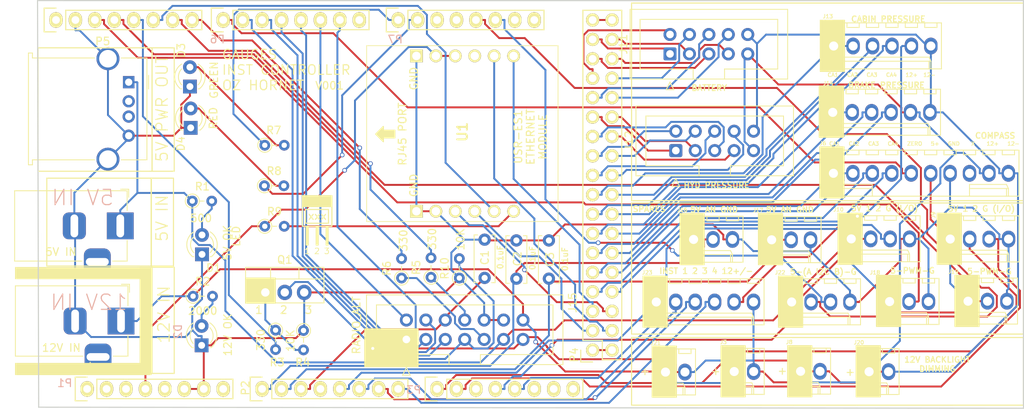
<source format=kicad_pcb>
(kicad_pcb (version 20221018) (generator pcbnew)
  (title_block (date "mar. 31 mars 2015"))
  (layers (0 "F.Cu" signal) (31 "B.Cu" signal) (34 "B.Paste" user) (35 "F.Paste" user) (36 "B.SilkS" user "B.Silkscreen") (37 "F.SilkS" user "F.Silkscreen") (38 "B.Mask" user) (39 "F.Mask" user) (44 "Edge.Cuts" user))
  (net 0 "")
  (net 1 "/SCL")
  (net 2 "/SDA")
  (net 3 "GNDD")
  (net 4 "Net-(D1-A)")
  (net 5 "+5VL")
  (net 6 "/IOREF")
  (net 7 "/Reset")
  (net 8 "+3V3")
  (net 9 "/Vin")
  (net 10 "Net-(D2-A)")
  (net 11 "/RAD_ALT-POT")
  (net 12 "Net-(D3-A)")
  (net 13 "Net-(D4-A)")
  (net 15 "/+5v_IN")
  (net 16 "/+12v-IN")
  (net 17 "/BATT-1-1")
  (net 18 "/BATT-2-1")
  (net 19 "/BATT-1-2")
  (net 20 "/BATT-2-2")
  (net 21 "/BATT-1-3")
  (net 22 "/BATT-2-3")
  (net 23 "/BATT-1-4")
  (net 24 "/BATT-2-4")
  (net 25 "/DIMMER-LED-12V")
  (net 26 "/HYD-1-1")
  (net 27 "/HYD-2-1")
  (net 28 "SCLK")
  (net 29 "/HYD-1-2")
  (net 30 "/HYD-2-2")
  (net 31 "/HYD-1-3")
  (net 32 "/HYD-2-3")
  (net 33 "/HYD-1-4")
  (net 34 "/HYD-2-4")
  (net 35 "/CAB_ALT-COIL-1")
  (net 36 "/CAB_ALT-COIL-2")
  (net 37 "/CAB_ALT-COIL-3")
  (net 38 "/CAB_ALT-COIL-4")
  (net 39 "/LED+12V")
  (net 40 "/BRK_PRS-COIL-1")
  (net 41 "/BRK_PRS-COIL-2")
  (net 42 "ES1_RST")
  (net 44 "/BRK_PRS-COIL-3")
  (net 45 "/BRK_PRS-COIL-4")
  (net 46 "/RAD_ALT-1")
  (net 47 "/RAD_ALT-2")
  (net 48 "MISO")
  (net 49 "/RAD_ALT-3")
  (net 51 "/RAD_ALT-4")
  (net 52 "/OFF_FLAG")
  (net 53 "/RAD_ALT-PUSH_BUT")
  (net 54 "/RAD_ALT-GN_LED")
  (net 55 "/RAD_ALT-RD_LED")
  (net 58 "MOSI")
  (net 59 "/GREEN_LED")
  (net 60 "/RED_LED")
  (net 63 "SS")
  (net 66 "Net-(P4-Pin_35)")
  (net 70 "/LGND")
  (net 72 "Net-(Q1-G)")
  (net 73 "/RAD_ALT-GN_ARDUINO")
  (net 74 "/RAD_ALT-RD_ARDUINO")
  (net 75 "Net-(U1-INT)")
  (net 76 "/Compass_Stepper_A")
  (net 77 "/Compass_Stepper_B")
  (net 78 "/Compass_Stepper_C")
  (net 79 "/Compass_Stepper_D")
  (net 80 "/Compass_Zero_Sensor")
  (net 82 "/SPARE_I{slash}O-1")
  (net 83 "/SPARE_I{slash}O-2")
  (net 84 "/SPARE_I{slash}O-4")
  (net 85 "/SPARE_I{slash}O-5")
  (net 86 "/SPARE_1{slash}O-A0")
  (net 87 "/SPARE_1{slash}O-A1")
  (net 88 "/SPARE_PWM-1")
  (net 89 "/SPARE_PWM-2")
  (net 90 "/I2C-A")
  (net 91 "/I2C-B")
  (net 92 "/SPARE-COIL-4")
  (net 93 "/SPARE-COIL-3")
  (net 94 "/SPARE-COIL-2")
  (net 95 "/SPARE-COIL-1")
  (net 96 "/BACKLIGHT")
  (footprint "Socket_Arduino_Mega:Socket_Strip_Arduino_2x18" (layer "F.Cu") (at 197.358 114.046 90)
    (fp_text reference "P4")
    (fp_text value "Digital" hide)
  )
  (footprint "Socket_Arduino_Mega:Socket_Strip_Arduino_1x08" (layer "F.Cu") (at 131.318 119.126)
    (fp_text reference "P1")
    (fp_text value "Power")
  )
  (footprint "Socket_Arduino_Mega:Socket_Strip_Arduino_1x08" (layer "F.Cu") (at 177.038 119.126)
    (fp_text reference "P3")
    (fp_text value "Analog")
  )
  (footprint "Socket_Arduino_Mega:Socket_Strip_Arduino_1x08" (layer "F.Cu") (at 127.254 70.866)
    (fp_text reference "P5")
    (fp_text value "PWM")
  )
  (footprint "Socket_Arduino_Mega:Socket_Strip_Arduino_1x08" (layer "F.Cu") (at 149.098 70.866)
    (fp_text reference "P6")
    (fp_text value "PWM")
  )
  (footprint "Socket_Arduino_Mega:Socket_Strip_Arduino_1x08" (layer "F.Cu") (at 171.958 70.866)
    (fp_text reference "P7")
    (fp_text value "Communication")
  )
  (footprint "LED_THT:LED_D3.0mm" (layer "F.Cu") (at 146.33 101.525 90)
    (fp_text reference "D1")
    (fp_text value "LED")
  )
  (footprint "LED_THT:LED_D3.0mm" (layer "F.Cu") (at 146.28 113.425 90)
    (fp_text reference "D2")
    (fp_text value "LED" hide)
  )
  (footprint "Resistor_THT:R_Axial_DIN0204_L3.6mm_D1.6mm_P2.54mm_Vertical" (layer "F.Cu") (at 145.06 94.55)
    (fp_text reference "R1")
    (fp_text value "500")
  )
  (footprint "LED_THT:LED_D3.0mm" (layer "F.Cu") (at 144.85 84.975 90)
    (fp_text reference "D4")
    (fp_text value "RED")
  )
  (footprint "Package_TO_SOT_THT:TO-220-3_Vertical" (layer "F.Cu") (at 154.6 106.5)
    (fp_text reference "Q1")
    (fp_text value "IRF1405PBF")
  )
  (footprint "Connector_IDC:IDC-Header_2x05_P2.54mm_Vertical" (layer "F.Cu") (at 208.23 87.95 90)
    (fp_text reference "J12")
    (fp_text value "HYD-STEPPER")
  )
  (footprint "Resistor_THT:R_Axial_DIN0204_L3.6mm_D1.6mm_P2.54mm_Vertical" (layer "F.Cu") (at 179.95 104.62 90)
    (fp_text reference "R10")
    (fp_text value "10K")
  )
  (footprint "Resistor_THT:R_Axial_DIN0204_L3.6mm_D1.6mm_P2.54mm_Vertical" (layer "F.Cu") (at 154.53 97.85)
    (fp_text reference "R9")
    (fp_text value "10K")
  )
  (footprint "Connector_Molex:Molex_KK-254_AE-6410-04A_1x04_P2.54mm_Vertical" (layer "F.Cu") (at 223.36 107.75)
    (fp_text reference "J22")
    (fp_text value "SPARE I2C" hide)
  )
  (footprint "Capacitor_THT:C_Disc_D6.0mm_W2.5mm_P5.00mm" (layer "F.Cu") (at 187.4 104.7 90)
    (fp_text reference "C2")
    (fp_text value "0.1uF")
  )
  (footprint "Resistor_THT:R_Axial_DIN0204_L3.6mm_D1.6mm_P2.54mm_Vertical" (layer "F.Cu") (at 145.16 107)
    (fp_text reference "R2")
    (fp_text value "2000")
  )
  (footprint "Resistor_THT:R_Axial_DIN0204_L3.6mm_D1.6mm_P2.54mm_Vertical" (layer "F.Cu") (at 159.59 111.485 -90)
    (fp_text reference "R4")
    (fp_text value "10K")
  )
  (footprint "Connector_Molex:Molex_KK-254_AE-6410-06A_1x06_P2.54mm_Vertical" (layer "F.Cu") (at 228.85 74.27)
    (fp_text reference "J13")
    (fp_text value "CABIN_ALT" hide)
  )
  (footprint "Connector_BarrelJack:BarrelJack_Horizontal" (layer "F.Cu") (at 135.65 97.8)
    (fp_text reference "J4")
    (fp_text value "5V IN")
  )
  (footprint "Connector_USB:USB_A_Molex_67643_Horizontal" (layer "F.Cu") (at 136.75 79 -90)
    (fp_text reference "J1")
    (fp_text value "5V USB")
  )
  (footprint "Capacitor_THT:C_Disc_D6.0mm_W2.5mm_P5.00mm" (layer "F.Cu") (at 191.65 104.7 90)
    (fp_text reference "C3")
    (fp_text value "0.1uF")
  )
  (footprint "Connector_Molex:Molex_KK-254_AE-6410-02A_1x02_P2.54mm_Vertical" (layer "F.Cu") (at 224.53 116.82)
    (fp_text reference "J8")
    (fp_text value "12v-BK/LT" hide)
  )
  (footprint "Socket_Arduino_Mega:Socket_Strip_Arduino_1x08" (layer "F.Cu") (at 154.178 119.126)
    (fp_text reference "P2")
    (fp_text value "Analog")
  )
  (footprint "Resistor_THT:R_Axial_DIN0204_L3.6mm_D1.6mm_P2.54mm_Vertical" (layer "F.Cu") (at 154.53 87.25)
    (fp_text reference "R7")
    (fp_text value "330")
  )
  (footprint "Connector_Molex:Molex_KK-254_AE-6410-04A_1x04_P2.54mm_Vertical" (layer "F.Cu") (at 244.08 99.52)
    (fp_text reference "J9")
    (fp_text value "SPARE I/O-1")
  )
  (footprint "Connector_Molex:Molex_KK-254_AE-6410-03A_1x03_P2.54mm_Vertical" (layer "F.Cu") (at 246.41 107.65)
    (fp_text reference "J19")
    (fp_text value "SPARE I/O PWM 2" hide)
  )
  (footprint "Connector_BarrelJack:BarrelJack_Horizontal" (layer "F.Cu") (at 135.75 110.2425)
    (fp_text reference "J7")
    (fp_text value "STEPPER IN 12-20VDC")
  )
  (footprint "MountingHole:MountingHole_2.5mm" (layer "F.Cu") (at 249.25 116.7)
    (fp_text reference "H2")
    (fp_text value "H2")
  )
  (footprint "Resistor_THT:R_Axial_DIN0204_L3.6mm_D1.6mm_P2.54mm_Vertical" (layer "F.Cu") (at 154.48 92.55)
    (fp_text reference "R8")
    (fp_text value "330")
  )
  (footprint "Connector_Molex:Molex_KK-254_AE-6410-02A_1x02_P2.54mm_Vertical" (layer "F.Cu") (at 233.48 116.87)
    (fp_text reference "J20")
    (fp_text value "12v-BK/LT" hide)
  )
  (footprint "Capacitor_THT:C_Disc_D6.0mm_W2.5mm_P5.00mm" (layer "F.Cu") (at 183.25 104.6 90)
    (fp_text reference "C1")
    (fp_text value "0.1uF")
  )
  (footprint "Connector_IDC:IDC-Header_2x07_P2.54mm_Vertical" (layer "F.Cu") (at 173.03 112.6525 90)
    (fp_text reference "J15")
    (fp_text value "RADIO_ALT")
  )
  (footprint "Connector_Molex:Molex_KK-254_AE-6410-06A_1x06_P2.54mm_Vertical" (layer "F.Cu") (at 205.68 107.75)
    (fp_text reference "J23")
    (fp_text value "SPARE" hide)
  )
  (footprint "Connector_Molex:Molex_KK-254_AE-6410-03A_1x03_P2.54mm_Vertical" (layer "F.Cu") (at 236.16 107.7)
    (fp_text reference "J18")
    (fp_text value "SPARE I/O PWM 1" hide)
  )
  (footprint "LED_THT:LED_D3.0mm" (layer "F.Cu") (at 144.75 79.575 90)
    (fp_text reference "D3")
    (fp_text value "GREEN")
  )
  (footprint "Connector_Molex:Molex_KK-254_AE-6410-03A_1x03_P2.54mm_Vertical" (layer "F.Cu") (at 220.75 99.62)
    (fp_text reference "J17")
    (fp_text value "SPARE A2")
  )
  (footprint "USR-ES1:USRES1" (layer "F.Cu") (at 174.34 95.885 90)
    (fp_text reference "U1")
    (fp_text value "USR-ES1" hide)
  )
  (footprint "MountingHole:MountingHole_2.5mm" (layer "F.Cu") (at 249.9 72.65)
    (fp_text reference "H1")
    (fp_text value "H1")
  )
  (footprint "Connector_Molex:Molex_KK-254_AE-6410-04A_1x04_P2.54mm_Vertical" (layer "F.Cu") (at 231.15 99.5)
    (fp_text reference "J10")
    (fp_text value "SPARE I/O-2")
  )
  (footprint "Resistor_THT:R_Axial_DIN0204_L3.6mm_D1.6mm_P2.54mm_Vertical" (layer "F.Cu") (at 155.94 111.435 -90)
    (fp_text reference "R3")
    (fp_text value "330")
  )
  (footprint "Connector_Molex:Molex_KK-254_AE-6410-06A_1x06_P2.54mm_Vertical" (layer "F.Cu") (at 228.73 82.95)
    (fp_text reference "J14")
    (fp_text value "BRAKE_PRESS" hide)
  )
  (footprint "Connector_Molex:Molex_KK-254_AE-6410-03A_1x03_P2.54mm_Vertical" (layer "F.Cu") (at 210.55 99.57)
    (fp_text reference "J16")
    (fp_text value "SPARE A1")
  )
  (footprint "Connector_Molex:Molex_KK-254_AE-6410-10A_1x10_P2.54mm_Vertical" (layer "F.Cu") (at 228.82 90.92)
    (fp_text reference "J6")
    (fp_text value "COMPASS")
  )
  (footprint "Resistor_THT:R_Axial_DIN0204_L3.6mm_D1.6mm_P2.54mm_Vertical" (layer "F.Cu") (at 172.4 104.62 90)
    (fp_text reference "R6")
    (fp_text value "330")
  )
  (footprint "Connector_Molex:Molex_KK-254_AE-6410-02A_1x02_P2.54mm_Vertical" (layer "F.Cu") (at 206.88 116.92)
    (fp_text reference "J21")
    (fp_text value "12v-BK/LT" hide)
  )
  (footprint "Connector_IDC:IDC-Header_2x05_P2.54mm_Vertical" (layer "F.Cu") (at 207.47 75.3025 90)
    (fp_text reference "J11")
    (fp_text value "BATT-STEPPER")
  )
  (footprint "Connector_Molex:Molex_KK-254_AE-6410-02A_1x02_P2.54mm_Vertical" (layer "F.Cu") (at 215.86 116.85)
    (fp_text reference "J3")
    (fp_text value "12v-BK/LT" hide)
  )
  (footprint "Resistor_THT:R_Axial_DIN0204_L3.6mm_D1.6mm_P2.54mm_Vertical" (layer "F.Cu") (at 176.25 104.52 90)
    (fp_text reference "R5")
    (fp_text value "330")
  )
  (gr_rect (start 139.8 74.507) (end 142.7 90.65) (stroke (width 0.15)) (fill none) (layer "F.SilkS"))
  (gr_rect (start 159.45 95.25) (end 163.3 97.85) (stroke (width 0.15)) (fill none) (layer "F.SilkS"))
  (gr_rect (start 221.65 104.375) (end 224.8 111.05) (stroke (width 0.15)) (fill solid) (layer "F.SilkS"))
  (gr_rect (start 219.03 96.195) (end 222.18 102.87) (stroke (width 0.15)) (fill solid) (layer "F.SilkS"))
  (gr_rect (start 205.15 113.525) (end 208.3 120.2) (stroke (width 0.15)) (fill solid) (layer "F.SilkS"))
  (gr_rect (start 159.45 93.85) (end 163.3 95.25) (stroke (width 0.15)) (fill solid) (layer "F.SilkS"))
  (gr_rect (start 152.05 104.625) (end 155.9 107.9) (stroke (width 0.15)) (fill solid) (layer "F.SilkS"))
  (gr_rect (start 162.55 97.9) (end 162.8 100.3) (stroke (width 0.15)) (fill solid) (layer "F.SilkS"))
  (gr_rect (start 244.7 104.275) (end 247.85 110.95) (stroke (width 0.15)) (fill solid) (layer "F.SilkS"))
  (gr_rect (start 214.15 113.475) (end 217.3 120.15) (stroke (width 0.15)) (fill solid) (layer "F.SilkS"))
  (gr_rect (start 126.05 91.557) (end 139.7 103.05) (stroke (width 0.15)) (fill none) (layer "F.SilkS"))
  (gr_rect (start 242.38 96.145) (end 245.53 102.82) (stroke (width 0.15)) (fill solid) (layer "F.SilkS"))
  (gr_rect (start 222.85 113.475) (end 226 120.15) (stroke (width 0.15)) (fill solid) (layer "F.SilkS"))
  (gr_rect (start 159.95 97.9) (end 160.2 100.3) (stroke (width 0.15)) (fill solid) (layer "F.SilkS"))
  (gr_rect (start 202.45 112.4) (end 253.65 121.25) (stroke (width 0.15)) (fill none) (layer "F.SilkS"))
  (gr_rect (start 229.43 96.145) (end 232.58 102.82) (stroke (width 0.15)) (fill solid) (layer "F.SilkS"))
  (gr_rect (start 139.8 103.2035) (end 142.7 117.0965) (stroke (width 0.15)) (fill none) (layer "F.SilkS"))
  (gr_rect (start 231.8 113.475) (end 234.95 120.15) (stroke (width 0.15)) (fill solid) (layer "F.SilkS"))
  (gr_rect (start 161.25 97.9) (end 161.5 100.3) (stroke (width 0.15)) (fill solid) (layer "F.SilkS"))
  (gr_rect (start 227.115 70.9125) (end 230.265 77.5875) (stroke (width 0.15)) (fill solid) (layer "F.SilkS"))
  (gr_rect (start 159.85 95.65) (end 162.85 97.45) (stroke (width 0.15)) (fill none) (layer "F.SilkS"))
  (gr_rect (start 234.45 104.275) (end 237.6 110.95) (stroke (width 0.15)) (fill solid) (layer "F.SilkS"))
  (gr_rect (start 227.05 87.4625) (end 230.2 94.1375) (stroke (width 0.15)) (fill solid) (layer "F.SilkS"))
  (gr_rect (start 121.9715 115.8) (end 139.6715 117.243) (stroke (width 0.15)) (fill solid) (layer "F.SilkS"))
  (gr_rect (start 208.78 96.195) (end 211.93 102.87) (stroke (width 0.15)) (fill solid) (layer "F.SilkS"))
  (gr_rect (start 167.6 111.275) (end 174.55 116.2) (stroke (width 0.15)) (fill solid) (layer "F.SilkS"))
  (gr_rect (start 121.9715 103.2535) (end 139.7215 104.6965) (stroke (width 0.15)) (fill solid) (layer "F.SilkS"))
  (gr_rect (start 138.25 103.25) (end 139.693 117.15) (stroke (width 0.15)) (fill solid) (layer "F.SilkS"))
  (gr_rect (start 124.9 74.507) (end 139.8 90.65) (stroke (width 0.15)) (fill none) (layer "F.SilkS"))
  (gr_rect (start 202.45 94.8) (end 253.65 111.95) (stroke (width 0.15)) (fill none) (layer "F.SilkS"))
  (gr_poly (pts (xy 170.02 85.29) (xy 171.52 85.29) (xy 171.52 86.29) (xy 170.02 86.29) (xy 170.02 86.79) (xy 169.02 85.79) (xy 170.02 84.79)) (stroke (width 0.15)) (fill solid) (layer "F.SilkS"))
  (gr_rect (start 226.975 79.525) (end 230.125 86.2) (stroke (width 0.15)) (fill solid) (layer "F.SilkS"))
  (gr_rect (start 139.7 91.557) (end 142.6 103.05) (stroke (width 0.15)) (fill none) (layer "F.SilkS"))
  (gr_rect (start 202.45 68.65) (end 253.65 94.5) (stroke (width 0.15)) (fill none) (layer "F.SilkS"))
  (gr_rect (start 203.95 104.375) (end 207.1 111.05) (stroke (width 0.15)) (fill solid) (layer "F.SilkS"))
  (gr_line (start 124.991 121.516) (end 253.65 121.65) (stroke (width 0.15)) (layer "Edge.Cuts"))
  (gr_line (start 124.841 68.326) (end 253.65 68.334) (stroke (width 0.15)) (layer "Edge.Cuts"))
  (gr_line (start 253.65 121.65) (end 253.65 68.334) (stroke (width 0.15)) (layer "Edge.Cuts"))
  (gr_line (start 124.841 68.326) (end 124.991 121.516) (stroke (width 0.15)) (layer "Edge.Cuts"))
  (gr_text "12V IN" (at 131.55 107.8) (layer "B.SilkS") (effects (font (size 2 2)) (justify mirror)))
  (gr_text "5V IN" (at 130.75 94.1) (layer "B.SilkS") (effects (font (size 2 2)) (justify mirror)))
  (gr_text "INST 1 2 3 4 12+/-" (at 212.2 103.7) (layer "F.SilkS") (effects (font (size 0.75 0.75))))
  (gr_text "xxx" (at 161.4 96.5) (layer "F.SilkS") (effects (font (size 1 1))))
  (gr_text "+" (at 231 116.9) (layer "F.SilkS") (effects (font (size 1 1))))
  (gr_text "BRAKE PRESSURE" (at 235.75 79.4) (layer "F.SilkS") (effects (font (size 0.75 0.75))))
  (gr_text "5V AN GND" (at 223.13 95.67) (layer "F.SilkS") (effects (font (size 0.75 0.75))))
  (gr_text "GND" (at 174.01 92.5 90) (layer "F.SilkS") (effects (font (size 1 1))))
  (gr_text "CA1   CA2   CA3   CA4   ZERO   5+   GND    X    12+   12-" (at 228.2 87.05) (layer "F.SilkS") (effects (font (size 0.5 0.5) (thickness 0.1)) (justify left)))
  (gr_text "12V BACKLIGHT\nDIMMING" (at 242.4 115.9) (layer "F.SilkS") (effects (font (size 0.75 0.75))))
  (gr_text "5-PWM-G" (at 249.2 103.75) (layer "F.SilkS") (effects (font (size 0.75 0.75))))
  (gr_text "HYD PRESSURE" (at 213.55 92.5) (layer "F.SilkS") (effects (font (size 0.75 0.75))))
  (gr_text "12V IN" (at 141.35 109.3965 90) (layer "F.SilkS") (effects (font (size 1.5 1.5))))
  (gr_text "5V 1 2 G (I/O)" (at 235.5 95.5) (layer "F.SilkS") (effects (font (size 0.75 0.75))))
  (gr_text "5V IN" (at 141.1 96.8 90) (layer "F.SilkS") (effects (font (size 1.5 1.5))))
  (gr_text "+" (at 213.45 116.8) (layer "F.SilkS") (effects (font (size 1 1))))
  (gr_text "BATTERY" (at 212.6 79.75) (layer "F.SilkS") (effects (font (size 0.75 0.75))))
  (gr_text "1 2 3" (at 161.35 101.1) (layer "F.SilkS") (effects (font (size 0.75 0.75) (thickness 0.1))))
  (gr_text "1   2   3" (at 157 108.8) (layer "F.SilkS") (effects (font (size 1 1))))
  (gr_text "CABIN PRESSURE" (at 235.99 70.75) (layer "F.SilkS") (effects (font (size 0.75 0.75))))
  (gr_text "12V IN" (at 127.95 113.75) (layer "F.SilkS") (effects (font (size 1 1))))
  (gr_text "1" (at 131.268 115.936 90) (layer "F.SilkS") (effects (font (size 1 1))))
  (gr_text "GAUGES\nINST CONTROLLER \nOZ HORNET" (at 148.85 77.4) (layer "F.SilkS") (effects (font (size 1.25 1.25)) (justify left)))
  (gr_text "+" (at 204.2 116.8) (layer "F.SilkS") (effects (font (size 1 1))))
  (gr_text "GND" (at 174.01 78.53 90) (layer "F.SilkS") (effects (font (size 1 1))))
  (gr_text "5V PWR OUT" (at 141.1 82.45 90) (layer "F.SilkS") (effects (font (size 1.5 1.5))))
  (gr_text "5-PWM-G" (at 239.15 103.65) (layer "F.SilkS") (effects (font (size 0.75 0.75))))
  (gr_text "CA1   CA2   CA3   CA4   12+  12-" (at 227.99 78.05) (layer "F.SilkS") (effects (font (size 0.5 0.5) (thickness 0.1)) (justify left)))
  (gr_text "V001" (at 163 79.45) (layer "F.SilkS") (effects (font (size 1 1))))
  (gr_text "COMPASS" (at 249.95 86) (layer "F.SilkS") (effects (font (size 0.75 0.75))))
  (gr_text "5-(A I2C B)-G" (at 227.5 103.8) (layer "F.SilkS") (effects (font (size 0.75 0.75))))
  (gr_text "5V 1 2 G (I/O)" (at 248.15 95.55) (layer "F.SilkS") (effects (font (size 0.75 0.75))))
  (gr_text "+" (at 222.15 116.75) (layer "F.SilkS") (effects (font (size 1 1))))
  (gr_text "SPARES" (at 204.75 95.6) (layer "F.SilkS") (effects (font (size 0.75 0.75))))
  (gr_text "5V OK" (at 149.65 100 90) (layer "F.SilkS") (effects (font (size 1 1))))
  (gr_text "RJ45 PORT" (at 172.52 85.79 90) (layer "F.SilkS") (effects (font (size 1 1))))
  (gr_text "12V OK" (at 149.7 112.05 90) (layer "F.SilkS") (effects (font (size 1 1))))
  (gr_text "USR-ES1\nETHERNET\nMODULE" (at 189.25 86.15 90) (layer "F.SilkS") (effects (font (size 1 1))))
  (gr_text "5V AN GND" (at 213.23 95.67) (layer "F.SilkS") (effects (font (size 0.75 0.75))))
  (segment (start 146.558 113.7597) (end 146.558 119.126) (width 0.25) (layer "F.Cu") (net 3))
  (segment (start 144.85 84.975) (end 143.6247 84.975) (width 0.25) (layer "F.Cu") (net 3))
  (segment (start 148.4532 112.4771) (end 147.5053 113.425) (width 0.25) (layer "F.Cu") (net 3))
  (segment (start 146.28 113.425) (end 146.8927 113.425) (width 0.25) (layer "F.Cu") (net 3))
  (segment (start 191.65 99.7) (end 187.4 99.7) (width 0.25) (layer "F.Cu") (net 3))
  (segment (start 237.5747 102.3506) (end 232.1753 107.75) (width 0.25) (layer "F.Cu") (net 3))
  (segment (start 193.7387 97.6113) (end 191.65 99.7) (width 0.25) (layer "F.Cu") (net 3))
  (segment (start 146.8927 113.425) (end 146.558 113.7597) (width 0.25) (layer "F.Cu") (net 3))
  (segment (start 143.6247 81.9256) (end 143.6247 84.975) (width 0.25) (layer "F.Cu") (net 3))
  (segment (start 144.75 79.575) (end 144.75 80.8003) (width 0.25) (layer "F.Cu") (net 3))
  (segment (start 185.73 110.1125) (end 183.19 110.1125) (width 0.25) (layer "F.Cu") (net 3))
  (segment (start 238.77 99.5) (end 237.5747 99.5) (width 0.25) (layer "F.Cu") (net 3))
  (segment (start 183.35 99.7) (end 183.25 99.6) (width 0.25) (layer "F.Cu") (net 3))
  (segment (start 214.4347 98.9724) (end 213.0736 97.6113) (width 0.25) (layer "F.Cu") (net 3))
  (segment (start 215.63 99.57) (end 214.4347 99.57) (width 0.25) (layer "F.Cu") (net 3))
  (segment (start 142.5997 86) (end 143.6247 84.975) (width 0.25) (layer "F.Cu") (net 3))
  (segment (start 237.5747 99.5) (end 237.5747 102.3506) (width 0.25) (layer "F.Cu") (net 3))
  (segment (start 146.8927 113.425) (end 147.5053 113.425) (width 0.25) (layer "F.Cu") (net 3))
  (segment (start 159.59 111.485) (end 158.5979 112.4771) (width 0.25) (layer "F.Cu") (net 3))
  (segment (start 144.75 80.8003) (end 143.6247 81.9256) (width 0.25) (layer "F.Cu") (net 3))
  (segment (start 136.75 86) (end 142.5997 86) (width 0.25) (layer "F.Cu") (net 3))
  (segment (start 176.88 95.885) (end 174.34 95.885) (width 0.25) (layer "F.Cu") (net 3))
  (segment (start 213.0736 97.6113) (end 193.7387 97.6113) (width 0.25) (layer "F.Cu") (net 3))
  (segment (start 179.95 104.62) (end 178.07 106.5) (width 0.25) (layer "F.Cu") (net 3))
  (segment (start 187.4 99.7) (end 183.35 99.7) (width 0.25) (layer "F.Cu") (net 3))
  (segment (start 158.5979 112.4771) (end 148.4532 112.4771) (width 0.25) (layer "F.Cu") (net 3))
  (segment (start 146.558 119.126) (end 144.018 119.126) (width 0.25) (layer "F.Cu") (net 3))
  (segment (start 214.4347 99.57) (end 214.4347 98.9724) (width 0.25) (layer "F.Cu") (net 3))
  (segment (start 178.07 106.5) (end 159.68 106.5) (width 0.25) (layer "F.Cu") (net 3))
  (segment (start 230.98 107.75) (end 232.1753 107.75) (width 0.25) (layer "F.Cu") (net 3))
  (segment (start 134.04 89.07) (end 129.65 93.46) (width 0.25) (layer "B.Cu") (net 3))
  (segment (start 178.9025 103.5725) (end 179.95 104.62) (width 0.25) (layer "B.Cu") (net 3))
  (segment (start 225.83 101.0946) (end 218.3499 101.0946) (width 0.25) (layer "B.Cu") (net 3))
  (segment (start 183.19 107.86) (end 179.95 104.62) (width 0.25) (layer "B.Cu") (net 3))
  (segment (start 180.595 99.6) (end 178.9025 101.2925) (width 0.25) (layer "B.Cu") (net 3))
  (segment (start 129.794 70.866) (end 129.794 72.2073) (width 0.25) (layer "B.Cu") (net 3))
  (segment (start 225.83 101.0403) (end 225.83 101.0946) (width 0.25) (layer "B.Cu") (net 3))
  (segment (start 251.49 107.65) (end 251.49 106.2297) (width 0.25) (layer "B.Cu") (net 3))
  (segment (start 250.5047 98.9224) (end 250.5047 99.52) (width 0.25) (layer "B.Cu") (net 3))
  (segment (start 159.68 111.395) (end 159.59 111.485) (width 0.25) (layer "B.Cu") (net 3))
  (segment (start 145.0547 108.6566) (end 145.0547 111.434) (width 0.25) (layer "B.Cu") (net 3))
  (segment (start 144.1554 112.3333) (end 131.8408 112.3333) (width 0.25) (layer "B.Cu") (net 3))
  (segment (start 183.19 110.1125) (end 183.19 107.86) (width 0.25) (layer "B.Cu") (net 3))
  (segment (start 238.77 99.5) (end 239.9653 99.5) (width 0.25) (layer "B.Cu") (net 3))
  (segment (start 129.65 93.46) (end 129.65 97.8) (width 0.25) (layer "B.Cu") (net 3))
  (segment (start 251.49 106.2297) (end 251.7 106.0197) (width 0.25) (layer "B.Cu") (net 3))
  (segment (start 136.75 86) (end 134.04 83.29) (width 0.25) (layer "B.Cu") (net 3))
  (segment (start 145.8204 112.1997) (end 146.28 112.1997) (width 0.25) (layer "B.Cu") (net 3))
  (segment (start 241.24 100.7747) (end 239.9653 99.5) (width 0.25) (layer "B.Cu") (net 3))
  (segment (start 225.83 99.62) (end 225.83 101.0403) (width 0.25) (layer "B.Cu") (net 3))
  (segment (start 146.33 101.525) (end 146.33 107.3813) (width 0.25) (layer "B.Cu") (net 3))
  (segment (start 131.8408 112.3333) (end 129.75 110.2425) (width 0.25) (layer "B.Cu") (net 3))
  (segment (start 230.98 107.75) (end 230.98 106.2446) (width 0.25) (layer "B.Cu") (net 3))
  (segment (start 129.75 110.2425) (end 129.75 97.9) (width 0.25) (layer "B.Cu") (net 3))
  (segment (start 145.0547 111.434) (end 145.8204 112.1997) (width 0.25) (layer "B.Cu") (net 3))
  (segment (start 136.75 86.36) (end 134.04 89.07) (width 0.25) (layer "B.Cu") (net 3))
  (segment (start 145.0547 111.434) (end 144.1554 112.3333) (width 0.25) (layer "B.Cu") (net 3))
  (segment (start 178.9025 101.2925) (end 178.9025 103.5725) (width 0.25) (layer "B.Cu") (net 3))
  (segment (start 230.98 106.2446) (end 225.83 101.0946) (width 0.25) (layer "B.Cu") (net 3))
  (segment (start 244.06 95.4053) (end 239.9653 99.5) (width 0.25) (layer "B.Cu") (net 3))
  (segment (start 159.68 106.5) (end 159.68 111.395) (width 0.25) (layer "B.Cu") (net 3))
  (segment (start 130.3173 72.2073) (end 129.794 72.2073) (width 0.25) (layer "B.Cu") (net 3))
  (segment (start 136.75 86) (end 136.75 86.36) (width 0.25) (layer "B.Cu") (net 3))
  (segment (start 174.34 75.565) (end 174.34 95.885) (width 0.25) (layer "B.Cu") (net 3))
  (segment (start 129.75 97.9) (end 129.65 97.8) (width 0.25) (layer "B.Cu") (net 3))
  (segment (start 251.7 99.52) (end 250.5047 99.52) (width 0.25) (layer "B.Cu") (net 3))
  (segment (start 134.04 83.29) (end 134.04 75.93) (width 0.25) (layer "B.Cu") (net 3))
  (segment (start 218.3499 101.0946) (end 216.8253 99.57) (width 0.25) (layer "B.Cu") (net 3))
  (segment (start 215.63 99.57) (end 216.8253 99.57) (width 0.25) (layer "B.Cu") (net 3))
  (segment (start 183.25 99.6) (end 180.595 99.6) (width 0.25) (layer "B.Cu") (net 3))
  (segment (start 146.28 113.425) (end 146.28 112.1997) (width 0.25) (layer "B.Cu") (net 3))
  (segment (start 246.9876 95.4053) (end 250.5047 98.9224) (width 0.25) (layer "B.Cu") (net 3))
  (segment (start 251.7 106.0197) (end 251.7 99.52) (width 0.25) (layer "B.Cu") (net 3))
  (segment (start 244.06 95.4053) (end 246.9876 95.4053) (width 0.25) (layer "B.Cu") (net 3))
  (segment (start 180.595 99.6) (end 176.88 95.885) (width 0.25) (layer "B.Cu") (net 3))
  (segment (start 146.33 107.3813) (end 145.0547 108.6566) (width 0.25) (layer "B.Cu") (net 3))
  (segment (start 134.04 75.93) (end 130.3173 72.2073) (width 0.25) (layer "B.Cu") (net 3))
  (segment (start 241.24 107.7) (end 241.24 100.7747) (width 0.25) (layer "B.Cu") (net 3))
  (segment (start 244.06 90.92) (end 244.06 95.4053) (width 0.25) (layer "B.Cu") (net 3))
  (segment (start 146.33 96.8453) (end 146.33 98.985) (width 0.25) (layer "B.Cu") (net 4))
  (segment (start 147.6 94.55) (end 147.6 95.5753) (width 0.25) (layer "B.Cu") (net 4))
  (segment (start 147.6 95.5753) (end 146.33 96.8453) (width 0.25) (layer "B.Cu") (net 4))
  (segment (start 154.53 97.85) (end 152.8313 97.85) (width 0.25) (layer "F.Cu") (net 8))
  (segment (start 156.7083 95.6717) (end 154.53 97.85) (width 0.25) (layer "F.Cu") (net 8))
  (segment (start 159.821 95.6717) (end 156.7083 95.6717) (width 0.25) (layer "F.Cu") (net 8))
  (segment (start 138.938 111.7433) (end 138.938 119.126) (width 0.25) (layer "F.Cu") (net 8))
  (segment (start 152.8313 97.85) (end 138.938 111.7433) (width 0.25) (layer "F.Cu") (net 8))
  (segment (start 164.9655 90.5272) (end 159.821 95.6717) (width 0.25) (layer "F.Cu") (net 8))
  (segment (start 179.42 75.565) (end 176.88 75.565) (width 0.25) (layer "F.Cu") (net 8))
  (via (at 164.9655 90.5272) (size 0.6) (drill 0.4) (layers "F.Cu" "B.Cu") (net 8))
  (segment (start 166.313 89.1797) (end 164.9655 90.5272) (width 0.25) (layer "B.Cu") (net 8))
  (segment (start 175.7221 74.4071) (end 173.3127 74.4071) (width 0.25) (layer "B.Cu") (net 8))
  (segment (start 166.313 81.4068) (end 166.313 89.1797) (width 0.25) (layer "B.Cu") (net 8))
  (segment (start 176.88 75.565) (end 175.7221 74.4071) (width 0.25) (layer "B.Cu") (net 8))
  (segment (start 173.3127 74.4071) (end 166.313 81.4068) (width 0.25) (layer "B.Cu") (net 8))
  (segment (start 147.7 108.0253) (end 146.28 109.4453) (width 0.25) (layer "B.Cu") (net 10))
  (segment (start 147.7 107) (end 147.7 108.0253) (width 0.25) (layer "B.Cu") (net 10))
  (segment (start 146.28 109.4453) (end 146.28 110.885) (width 0.25) (layer "B.Cu") (net 10))
  (segment (start 178.11 109.74) (end 178.11 110.1125) (width 0.25) (layer "F.Cu") (net 11))
  (segment (start 183.25 104.6) (end 178.11 109.74) (width 0.25) (layer "F.Cu") (net 11))
  (segment (start 178.11 110.1125) (end 176.8934 111.3291) (width 0.25) (layer "F.Cu") (net 11))
  (segment (start 176.8934 111.3291) (end 167.7237 111.3291) (width 0.25) (layer "F.Cu") (net 11))
  (segment (start 159.258 119.126) (end 160.4469 119.126) (width 0.25) (layer "F.Cu") (net 11))
  (segment (start 167.7237 111.3291) (end 160.4469 118.6059) (width 0.25) (layer "F.Cu") (net 11))
  (segment (start 160.4469 118.6059) (end 160.4469 119.126) (width 0.25) (layer "F.Cu") (net 11))
  (segment (start 156.0447 87.25) (end 145.8297 77.035) (width 0.25) (layer "F.Cu") (net 12))
  (segment (start 145.8297 77.035) (end 144.75 77.035) (width 0.25) (layer "F.Cu") (net 12))
  (segment (start 157.07 87.25) (end 156.0447 87.25) (width 0.25) (layer "F.Cu") (net 12))
  (segment (start 155.9947 92.55) (end 145.8797 82.435) (width 0.25) (layer "F.Cu") (net 13))
  (segment (start 145.8797 82.435) (end 144.85 82.435) (width 0.25) (layer "F.Cu") (net 13))
  (segment (start 157.02 92.55) (end 155.9947 92.55) (width 0.25) (layer "F.Cu") (net 13))
  (segment (start 244.9337 109.1263) (end 246.41 107.65) (width 0.25) (layer "F.Cu") (net 15))
  (segment (start 223.36 107.29) (end 231.15 99.5) (width 0.25) (layer "F.Cu") (net 15))
  (segment (start 192.4399 111.3825) (end 187 111.3825) (width 0.25) (layer "F.Cu") (net 15))
  (segment (start 237.5863 109.1263) (end 244.9337 109.1263) (width 0.25) (layer "F.Cu") (net 15))
  (segment (start 236.16 107.7) (end 237.5863 109.1263) (width 0.25) (layer "F.Cu") (net 15))
  (segment (start 241.52 90.92) (end 241.52 96.96) (width 0.25) (layer "F.Cu") (net 15))
  (segment (start 241.52 96.96) (end 244.08 99.52) (width 0.25) (layer "F.Cu") (net 15))
  (segment (start 223.36 107.75) (end 220.955 110.155) (width 0.25) (layer "F.Cu") (net 15))
  (segment (start 220.955 110.155) (end 193.6674 110.155) (width 0.25) (layer "F.Cu") (net 15))
  (segment (start 187 111.3825) (end 185.73 112.6525) (width 0.25) (layer "F.Cu") (net 15))
  (segment (start 193.6674 110.155) (end 192.4399 111.3825) (width 0.25) (layer "F.Cu") (net 15))
  (segment (start 223.36 107.75) (end 223.36 107.29) (width 0.25) (layer "F.Cu") (net 15))
  (segment (start 210.55 99.57) (end 211.977 98.143) (width 0.25) (layer "B.Cu") (net 15))
  (segment (start 135.65 97.8) (end 135.65 95.7247) (width 0.25) (layer "B.Cu") (net 15))
  (segment (start 137.8845 93.4902) (end 144.0002 93.4902) (width 0.25) (layer "B.Cu") (net 15))
  (segment (start 236.16 107.7) (end 231.15 102.69) (width 0.25) (layer "B.Cu") (net 15))
  (segment (start 136.75 79) (end 137.8253 79) (width 0.25) (layer "B.Cu") (net 15))
  (segment (start 145.9081 100.2996) (end 147.3647 100.2996) (width 0.25) (layer "B.Cu") (net 15))
  (segment (start 220.75 99.62) (end 222.1733 98.1967) (width 0.25) (layer "B.Cu") (net 15))
  (segment (start 144.0002 93.4902) (end 145.06 94.55) (width 0.25) (layer "B.Cu") (net 15))
  (segment (start 149.3805 108.9122) (end 156.1245 115.6562) (width 0.25) (layer "B.Cu") (net 15))
  (segment (start 145.06 99.4515) (end 145.9081 100.2996) (width 0.25) (layer "B.Cu") (net 15))
  (segment (start 149.3805 102.3154) (end 149.3805 108.9122) (width 0.25) (layer "B.Cu") (net 15))
  (segment (start 229.8467 98.1967) (end 231.15 99.5) (width 0.25) (layer "B.Cu") (net 15))
  (segment (start 231.15 102.69) (end 231.15 99.5) (width 0.25) (layer "B.Cu") (net 15))
  (segment (start 137.8845 79.0592) (end 137.8845 93.4902) (width 0.25) (layer "B.Cu") (net 15))
  (segment (start 222.1733 98.1967) (end 229.8467 98.1967) (width 0.25) (layer "B.Cu") (net 15))
  (segment (start 147.3647 100.2996) (end 149.3805 102.3154) (width 0.25) (layer "B.Cu") (net 15))
  (segment (start 211.977 98.143) (end 219.273 98.143) (width 0.25) (layer "B.Cu") (net 15))
  (segment (start 244.08 99.52) (end 244.08 105.32) (width 0.25) (layer "B.Cu") (net 15))
  (segment (start 145.06 94.55) (end 145.06 99.4515) (width 0.25) (layer "B.Cu") (net 15))
  (segment (start 219.273 98.143) (end 220.75 99.62) (width 0.25) (layer "B.Cu") (net 15))
  (segment (start 156.1245 115.6562) (end 182.7263 115.6562) (width 0.25) (layer "B.Cu") (net 15))
  (segment (start 137.8253 79) (end 137.8845 79.0592) (width 0.25) (layer "B.Cu") (net 15))
  (segment (start 137.8845 93.4902) (end 135.65 95.7247) (width 0.25) (layer "B.Cu") (net 15))
  (segment (start 182.7263 115.6562) (end 185.73 112.6525) (width 0.25) (layer "B.Cu") (net 15))
  (segment (start 244.08 105.32) (end 246.41 107.65) (width 0.25) (layer "B.Cu") (net 15))
  (segment (start 206.88 116.92) (end 206.8079 116.8479) (width 0.25) (layer "F.Cu") (net 16))
  (segment (start 237.6947 82.95) (end 237.6947 82.3524) (width 0.25) (layer "F.Cu") (net 16))
  (segment (start 223.1231 115.4131) (end 217.2969 115.4131) (width 0.25) (layer "F.Cu") (net 16))
  (segment (start 183.7161 103.4726) (end 148.6874 103.4726) (width 0.25) (layer "F.Cu") (net 16))
  (segment (start 217.2969 115.4131) (end 215.86 116.85) (width 0.25) (layer "F.Cu") (net 16))
  (segment (start 206.8079 116.8479) (end 193.788 116.8479) (width 0.25) (layer "F.Cu") (net 16))
  (segment (start 237.6947 82.3524) (end 234.6479 79.3056) (width 0.25) (layer "F.Cu") (net 16))
  (segment (start 193.788 116.8479) (end 189.9173 112.9772) (width 0.25) (layer "F.Cu") (net 16))
  (segment (start 188.27 110.1125) (end 188.27 108.0265) (width 0.25) (layer "F.Cu") (net 16))
  (segment (start 148.6874 103.4726) (end 145.16 107) (width 0.25) (layer "F.Cu") (net 16))
  (segment (start 238.89 82.95) (end 237.6947 82.95) (width 0.25) (layer "F.Cu") (net 16))
  (segment (start 234.6479 79.3056) (end 221.6331 79.3056) (width 0.25) (layer "F.Cu") (net 16))
  (segment (start 188.27 108.0265) (end 183.7161 103.4726) (width 0.25) (layer "F.Cu") (net 16))
  (segment (start 224.53 116.82) (end 223.1231 115.4131) (width 0.25) (layer "F.Cu") (net 16))
  (segment (start 221.6331 79.3056) (end 217.63 75.3025) (width 0.25) (layer "F.Cu") (net 16))
  (via (at 189.9173 112.9772) (size 0.6) (drill 0.4) (layers "F.Cu" "B.Cu") (net 16))
  (segment (start 244.7754 88.2378) (end 240.0853 83.5477) (width 0.25) (layer "B.Cu") (net 16))
  (segment (start 242.79 90.2232) (end 244.7754 88.2378) (width 0.25) (layer "B.Cu") (net 16))
  (segment (start 135.75 110.2425) (end 137.8253 110.2425) (width 0.25) (layer "B.Cu") (net 16))
  (segment (start 238.89 82.95) (end 240.0853 82.95) (width 0.25) (layer "B.Cu") (net 16))
  (segment (start 249.14 90.92) (end 247.9447 90.92) (width 0.25) (layer "B.Cu") (net 16))
  (segment (start 188.27 110.1125) (end 189.9173 111.7598) (width 0.25) (layer "B.Cu") (net 16))
  (segment (start 189.9173 111.7598) (end 189.9173 112.9772) (width 0.25) (layer "B.Cu") (net 16))
  (segment (start 237.5 97.5402) (end 242.79 92.2502) (width 0.25) (layer "B.Cu") (net 16))
  (segment (start 137.8253 110.2425) (end 141.0678 107) (width 0.25) (layer "B.Cu") (net 16))
  (segment (start 217.2114 86.7714) (end 218.39 87.95) (width 0.25) (layer "B.Cu") (net 16))
  (segment (start 217.2114 75.7211) (end 217.2114 86.7714) (width 0.25) (layer "B.Cu") (net 16))
  (segment (start 215.86 116.85) (end 214.3626 118.3474) (width 0.25) (layer "B.Cu") (net 16))
  (segment (start 240.0853 83.5477) (end 240.0853 82.95) (width 0.25) (layer "B.Cu") (net 16))
  (segment (start 232.0847 118.2653) (end 225.9753 118.2653) (width 0.25) (layer "B.Cu") (net 16))
  (segment (start 244.7754 88.2378) (end 245.8601 88.2378) (width 0.25) (layer "B.Cu") (net 16))
  (segment (start 233.48 116.87) (end 237.5 112.85) (width 0.25) (layer "B.Cu") (net 16))
  (segment (start 214.3626 118.3474) (end 208.3074 118.3474) (width 0.25) (layer "B.Cu") (net 16))
  (segment (start 242.79 92.2502) (end 242.79 90.2232) (width 0.25) (layer "B.Cu") (net 16))
  (segment (start 245.8601 88.2378) (end 247.9447 90.3224) (width 0.25) (layer "B.Cu") (net 16))
  (segment (start 233.48 116.87) (end 232.0847 118.2653) (width 0.25) (layer "B.Cu") (net 16))
  (segment (start 247.9447 90.3224) (end 247.9447 90.92) (width 0.25) (layer "B.Cu") (net 16))
  (segment (start 237.5 112.85) (end 237.5 97.5402) (width 0.25) (layer "B.Cu") (net 16))
  (segment (start 217.63 75.3025) (end 217.2114 75.7211) (width 0.25) (layer "B.Cu") (net 16))
  (segment (start 225.9753 118.2653) (end 224.53 116.82) (width 0.25) (layer "B.Cu") (net 16))
  (segment (start 208.3074 118.3474) (end 206.88 116.92) (width 0.25) (layer "B.Cu") (net 16))
  (segment (start 141.0678 107) (end 145.16 107) (width 0.25) (layer "B.Cu") (net 16))
  (segment (start 207.47 75.3025) (end 206.7624 74.5949) (width 0.25) (layer "F.Cu") (net 17))
  (segment (start 197.358 73.406) (end 198.5469 73.406) (width 0.25) (layer "F.Cu") (net 17))
  (segment (start 206.7624 74.5949) (end 199.3642 74.5949) (width 0.25) (layer "F.Cu") (net 17))
  (segment (start 198.5469 73.7776) (end 198.5469 73.406) (width 0.25) (layer "F.Cu") (net 17))
  (segment (start 199.3642 74.5949) (end 198.5469 73.7776) (width 0.25) (layer "F.Cu") (net 17))
  (segment (start 196.158 76.4666) (end 196.9885 77.2971) (width 0.25) (layer "F.Cu") (net 18))
  (segment (start 207.47 72.7625) (end 206.9218 72.2143) (width 0.25) (layer "F.Cu") (net 18))
  (segment (start 196.158 72.861) (end 196.158 76.4666) (width 0.25) (layer "F.Cu") (net 18))
  (segment (start 196.8047 72.2143) (end 196.158 72.861) (width 0.25) (layer "F.Cu") (net 18))
  (segment (start 196.9885 77.2971) (end 197.358 77.2971) (width 0.25) (layer "F.Cu") (net 18))
  (segment (start 206.9218 72.2143) (end 196.8047 72.2143) (width 0.25) (layer "F.Cu") (net 18))
  (segment (start 197.358 78.486) (end 197.358 77.2971) (width 0.25) (layer "F.Cu") (net 18))
  (segment (start 210.01 75.3025) (end 208.6879 73.9804) (width 0.25) (layer "F.Cu") (net 19))
  (segment (start 208.6879 73.9804) (end 201.6613 73.9804) (width 0.25) (layer "F.Cu") (net 19))
  (segment (start 199.898 73.406) (end 201.0869 73.406) (width 0.25) (layer "F.Cu") (net 19))
  (segment (start 201.6613 73.9804) (end 201.0869 73.406) (width 0.25) (layer "F.Cu") (net 19))
  (segment (start 206.3865 78.486) (end 199.898 78.486) (width 0.25) (layer "B.Cu") (net 20))
  (segment (start 208.6703 74.1022) (end 208.6703 76.2022) (width 0.25) (layer "B.Cu") (net 20))
  (segment (start 210.01 72.7625) (end 208.6703 74.1022) (width 0.25) (layer "B.Cu") (net 20))
  (segment (start 208.6703 76.2022) (end 206.3865 78.486) (width 0.25) (layer "B.Cu") (net 20))
  (segment (start 210.7176 77.1349) (end 199.3642 77.1349) (width 0.25) (layer "F.Cu") (net 21))
  (segment (start 199.3642 77.1349) (end 198.5469 76.3176) (width 0.25) (layer "F.Cu") (net 21))
  (segment (start 198.5469 76.3176) (end 198.5469 75.946) (width 0.25) (layer "F.Cu") (net 21))
  (segment (start 212.55 75.3025) (end 210.7176 77.1349) (width 0.25) (layer "F.Cu") (net 21))
  (segment (start 197.358 75.946) (end 198.5469 75.946) (width 0.25) (layer "F.Cu") (net 21))
  (segment (start 212.55 72.7625) (end 211.2801 74.0324) (width 0.25) (layer "B.Cu") (net 22))
  (segment (start 198.5469 80.6543) (end 198.5469 81.026) (width 0.25) (layer "B.Cu") (net 22))
  (segment (start 207.2119 79.7826) (end 199.4186 79.7826) (width 0.25) (layer "B.Cu") (net 22))
  (segment (start 211.2801 74.0324) (end 211.2801 75.7144) (width 0.25) (layer "B.Cu") (net 22))
  (segment (start 211.2801 75.7144) (end 207.2119 79.7826) (width 0.25) (layer "B.Cu") (net 22))
  (segment (start 199.4186 79.7826) (end 198.5469 80.6543) (width 0.25) (layer "B.Cu") (net 22))
  (segment (start 197.358 81.026) (end 198.5469 81.026) (width 0.25) (layer "B.Cu") (net 22))
  (segment (start 199.898 75.946) (end 201.0869 75.946) (width 0.25) (layer "F.Cu") (net 23))
  (segment (start 211.28 75.8026) (end 210.5977 76.4849) (width 0.25) (layer "F.Cu") (net 23))
  (segment (start 213.9146 74.1271) (end 212.0244 74.1271) (width 0.25) (layer "F.Cu") (net 23))
  (segment (start 210.5977 76.4849) (end 201.6258 76.4849) (width 0.25) (layer "F.Cu") (net 23))
  (segment (start 215.09 75.3025) (end 213.9146 74.1271) (width 0.25) (layer "F.Cu") (net 23))
  (segment (start 201.6258 76.4849) (end 201.0869 75.946) (width 0.25) (layer "F.Cu") (net 23))
  (segment (start 211.28 74.8715) (end 211.28 75.8026) (width 0.25) (layer "F.Cu") (net 23))
  (segment (start 212.0244 74.1271) (end 211.28 74.8715) (width 0.25) (layer "F.Cu") (net 23))
  (segment (start 215.09 72.7625) (end 213.82 74.0325) (width 0.25) (layer "B.Cu") (net 24))
  (segment (start 213.82 75.7086) (end 208.5026 81.026) (width 0.25) (layer "B.Cu") (net 24))
  (segment (start 208.5026 81.026) (end 199.898 81.026) (width 0.25) (layer "B.Cu") (net 24))
  (segment (start 213.82 74.0325) (end 213.82 75.7086) (width 0.25) (layer "B.Cu") (net 24))
  (segment (start 207.5179 115.242) (end 192.985 115.242) (width 0.25) (layer "F.Cu") (net 25))
  (segment (start 188.27 112.6525) (end 187.0937 113.8288) (width 0.25) (layer "F.Cu") (net 25))
  (segment (start 234.8247 117.8412) (end 234.3477 118.3182) (width 0.25) (layer "F.Cu") (net 25))
  (segment (start 234.3477 118.3182) (end 229.7635 118.3182) (width 0.25) (layer "F.Cu") (net 25))
  (segment (start 227.07 116.82) (end 228.2653 116.82) (width 0.25) (layer "F.Cu") (net 25))
  (segment (start 191.416 113.673) (end 191.416 113.5915) (width 0.25) (layer "F.Cu") (net 25))
  (segment (start 190.1764 112.3519) (end 188.5706 112.3519) (width 0.25) (layer "F.Cu") (net 25))
  (segment (start 208.2247 116.92) (end 208.2247 115.9488) (width 0.25) (layer "F.Cu") (net 25))
  (segment (start 209.42 116.92) (end 208.2247 116.92) (width 0.25) (layer "F.Cu") (net 25))
  (segment (start 188.5706 112.3519) (end 188.27 112.6525) (width 0.25) (layer "F.Cu") (net 25))
  (segment (start 225.8747 116.82) (end 225.8747 117.7912) (width 0.25) (layer "F.Cu") (net 25))
  (segment (start 225.4049 118.261) (end 221.0063 118.261) (width 0.25) (layer "F.Cu") (net 25))
  (segment (start 225.8747 117.7912) (end 225.4049 118.261) (width 0.25) (layer "F.Cu") (net 25))
  (segment (start 208.2247 115.9488) (end 207.5179 115.242) (width 0.25) (layer "F.Cu") (net 25))
  (segment (start 227.07 116.82) (end 225.8747 116.82) (width 0.25) (layer "F.Cu") (net 25))
  (segment (start 236.02 116.87) (end 234.8247 116.87) (width 0.25) (layer "F.Cu") (net 25))
  (segment (start 187.0937 113.8288) (end 168.6363 113.8288) (width 0.25) (layer "F.Cu") (net 25))
  (segment (start 229.7635 118.3182) (end 228.2653 116.82) (width 0.25) (layer "F.Cu") (net 25))
  (segment (start 218.4 116.85) (end 219.5953 116.85) (width 0.25) (layer "F.Cu") (net 25))
  (segment (start 192.985 115.242) (end 191.416 113.673) (width 0.25) (layer "F.Cu") (net 25))
  (segment (start 234.8247 116.87) (end 234.8247 117.8412) (width 0.25) (layer "F.Cu") (net 25))
  (segment (start 221.0063 118.261) (end 219.5953 116.85) (width 0.25) (layer "F.Cu") (net 25))
  (segment (start 191.416 113.5915) (end 190.1764 112.3519) (width 0.25) (layer "F.Cu") (net 25))
  (via (at 168.6363 113.8288) (size 0.6) (drill 0.4) (layers "F.Cu" "B.Cu") (net 25))
  (segment (start 218.8337 84.9663) (end 218.39 85.41) (width 0.25) (layer "B.Cu") (net 25))
  (segment (start 218.38 115.4097) (end 218.4 115.4297) (width 0.25) (layer "B.Cu") (net 25))
  (segment (start 241.55 74.7415) (end 241.55 75.6903) (width 0.25) (layer "B.Cu") (net 25))
  (segment (start 252.9376 108.1219) (end 244.1895 116.87) (width 0.25) (layer "B.Cu") (net 25))
  (segment (start 252.8753 90.92) (end 252.9376 90.9823) (width 0.25) (layer "B.Cu") (net 25))
  (segment (start 218.8337 73.9662) (end 218.8337 84.9663) (width 0.25) (layer "B.Cu") (net 25))
  (segment (start 251.68 90.92) (end 252.8753 90.92) (width 0.25) (layer "B.Cu") (net 25))
  (segment (start 241.55 74.27) (end 241.55 74.7415) (width 0.25) (layer "B.Cu") (net 25))
  (segment (start 251.5901 90.92) (end 251.68 90.92) (width 0.25) (layer "B.Cu") (net 25))
  (segment (start 244.1895 116.87) (end 236.02 116.87) (width 0.25) (layer "B.Cu") (net 25))
  (segment (start 239.5879 72.7794) (end 220.0205 72.7794) (width 0.25) (layer "B.Cu") (net 25))
  (segment (start 210.6153 116.92) (end 212.1256 115.4097) (width 0.25) (layer "B.Cu") (net 25))
  (segment (start 252.9376 90.9823) (end 252.9376 108.1219) (width 0.25) (layer "B.Cu") (net 25))
  (segment (start 157.14 106.5) (end 158.5032 105.1368) (width 0.25) (layer "B.Cu") (net 25))
  (segment (start 241.55 82.95) (end 241.43 82.95) (width 0.25) (layer "B.Cu") (net 25))
  (segment (start 220.0205 72.7794) (end 218.8337 73.9662) (width 0.25) (layer "B.Cu") (net 25))
  (segment (start 251.5901 90.92) (end 250.4847 90.92) (width 0.25) (layer "B.Cu") (net 25))
  (segment (start 241.55 82.95) (end 241.55 75.6903) (width 0.25) (layer "B.Cu") (net 25))
  (segment (start 218.4 116.85) (end 218.4 115.4297) (width 0.25) (layer "B.Cu") (net 25))
  (segment (start 168.6363 113.6005) (end 168.6363 113.8288) (width 0.25) (layer "B.Cu") (net 25))
  (segment (start 160.1726 105.1368) (end 168.6363 113.6005) (width 0.25) (layer "B.Cu") (net 25))
  (segment (start 212.1256 115.4097) (end 218.38 115.4097) (width 0.25) (layer "B.Cu") (net 25))
  (segment (start 158.5032 105.1368) (end 160.1726 105.1368) (width 0.25) (layer "B.Cu") (net 25))
  (segment (start 217.63 72.7625) (end 218.8337 73.9662) (width 0.25) (layer "B.Cu") (net 25))
  (segment (start 243.1123 82.95) (end 241.55 82.95) (width 0.25) (layer "B.Cu") (net 25))
  (segment (start 250.4847 90.3224) (end 243.1123 82.95) (width 0.25) (layer "B.Cu") (net 25))
  (segment (start 241.55 74.7415) (end 239.5879 72.7794) (width 0.25) (layer "B.Cu") (net 25))
  (segment (start 209.42 116.92) (end 210.6153 116.92) (width 0.25) (layer "B.Cu") (net 25))
  (segment (start 250.4847 90.92) (end 250.4847 90.3224) (width 0.25) (layer "B.Cu") (net 25))
  (segment (start 218.38 107.75) (end 218.38 115.4097) (width 0.25) (layer "B.Cu") (net 25))
  (segment (start 197.358 83.566) (end 198.5469 83.566) (width 0.25) (layer "F.Cu") (net 26))
  (segment (start 208.23 87.95) (end 204.6027 87.95) (width 0.25) (layer "F.Cu") (net 26))
  (segment (start 204.6027 87.95) (end 201.4076 84.7549) (width 0.25) (layer "F.Cu") (net 26))
  (segment (start 201.4076 84.7549) (end 199.3642 84.7549) (width 0.25) (layer "F.Cu") (net 26))
  (segment (start 199.3642 84.7549) (end 198.5469 83.9376) (width 0.25) (layer "F.Cu") (net 26))
  (segment (start 198.5469 83.9376) (end 198.5469 83.566) (width 0.25) (layer "F.Cu") (net 26))
  (segment (start 198.5469 88.2744) (end 198.5469 88.646) (width 0.25) (layer "B.Cu") (net 27))
  (segment (start 199.3642 87.4571) (end 198.5469 88.2744) (width 0.25) (layer "B.Cu") (net 27))
  (segment (start 204.082 85.41) (end 202.0349 87.4571) (width 0.25) (layer "B.Cu") (net 27))
  (segment (start 202.0349 87.4571) (end 199.3642 87.4571) (width 0.25) (layer "B.Cu") (net 27))
  (segment (start 208.23 85.41) (end 204.082 85.41) (width 0.25) (layer "B.Cu") (net 27))
  (segment (start 197.358 88.646) (end 198.5469 88.646) (width 0.25) (layer "B.Cu") (net 27))
  (segment (start 193.2885 104.705) (end 193.2885 108.6254) (width 0.25) (layer "B.Cu") (net 28))
  (segment (start 190.3616 101.7781) (end 193.2885 104.705) (width 0.25) (layer "B.Cu") (net 28))
  (segment (start 193.2885 108.6254) (end 196.1691 111.506) (width 0.25) (layer "B.Cu") (net 28))
  (segment (start 187.8531 101.7781) (end 190.3616 101.7781) (width 0.25) (layer "B.Cu") (net 28))
  (segment (start 197.358 111.506) (end 196.1691 111.506) (width 0.25) (layer "B.Cu") (net 28))
  (segment (start 181.96 95.885) (end 187.8531 101.7781) (width 0.25) (layer "B.Cu") (net 28))
  (segment (start 210.77 87.95) (end 209.5207 86.7007) (width 0.25) (layer "F.Cu") (net 29))
  (segment (start 204.2216 86.7007) (end 201.0869 83.566) (width 0.25) (layer "F.Cu") (net 29))
  (segment (start 199.898 83.566) (end 201.0869 83.566) (width 0.25) (layer "F.Cu") (net 29))
  (segment (start 209.5207 86.7007) (end 204.2216 86.7007) (width 0.25) (layer "F.Cu") (net 29))
  (segment (start 209.5534 86.6266) (end 204.8582 86.6266) (width 0.25) (layer "B.Cu") (net 30))
  (segment (start 202.8388 88.646) (end 199.898 88.646) (width 0.25) (layer "B.Cu") (net 30))
  (segment (start 204.8582 86.6266) (end 202.8388 88.646) (width 0.25) (layer "B.Cu") (net 30))
  (segment (start 210.77 85.41) (end 209.5534 86.6266) (width 0.25) (layer "B.Cu") (net 30))
  (segment (start 206.8925 84.9171) (end 199.3642 84.9171) (width 0.25) (layer "B.Cu") (net 31))
  (segment (start 207.6181 84.1915) (end 206.8925 84.9171) (width 0.25) (layer "B.Cu") (net 31))
  (segment (start 213.7943 84.1915) (end 207.6181 84.1915) (width 0.25) (layer "B.Cu") (net 31))
  (segment (start 199.3642 84.9171) (end 198.5469 85.7344) (width 0.25) (layer "B.Cu") (net 31))
  (segment (start 197.358 86.106) (end 198.5469 86.106) (width 0.25) (layer "B.Cu") (net 31))
  (segment (start 198.5469 85.7344) (end 198.5469 86.106) (width 0.25) (layer "B.Cu") (net 31))
  (segment (start 213.31 87.95) (end 214.4872 86.7728) (width 0.25) (layer "B.Cu") (net 31))
  (segment (start 214.4872 84.8844) (end 213.7943 84.1915) (width 0.25) (layer "B.Cu") (net 31))
  (segment (start 214.4872 86.7728) (end 214.4872 84.8844) (width 0.25) (layer "B.Cu") (net 31))
  (segment (start 212.1055 86.6145) (end 212.1055 88.2816) (width 0.25) (layer "B.Cu") (net 32))
  (segment (start 213.31 85.41) (end 212.1055 86.6145) (width 0.25) (layer "B.Cu") (net 32))
  (segment (start 212.1055 88.2816) (end 210.39 89.9971) (width 0.25) (layer "B.Cu") (net 32))
  (segment (start 198.5469 90.8144) (end 198.5469 91.186) (width 0.25) (layer "B.Cu") (net 32))
  (segment (start 199.3642 89.9971) (end 198.5469 90.8144) (width 0.25) (layer "B.Cu") (net 32))
  (segment (start 197.358 91.186) (end 198.5469 91.186) (width 0.25) (layer "B.Cu") (net 32))
  (segment (start 210.39 89.9971) (end 199.3642 89.9971) (width 0.25) (layer "B.Cu") (net 32))
  (segment (start 204.1111 89.1302) (end 201.0869 86.106) (width 0.25) (layer "F.Cu") (net 33))
  (segment (start 214.6698 89.1302) (end 204.1111 89.1302) (width 0.25) (layer "F.Cu") (net 33))
  (segment (start 199.898 86.106) (end 201.0869 86.106) (width 0.25) (layer "F.Cu") (net 33))
  (segment (start 215.85 87.95) (end 214.6698 89.1302) (width 0.25) (layer "F.Cu") (net 33))
  (segment (start 199.898 91.186) (end 201.0869 91.186) (width 0.25) (layer "B.Cu") (net 34))
  (segment (start 217.0352 87.2321) (end 217.0352 88.4508) (width 0.25) (layer "B.Cu") (net 34))
  (segment (start 215.85 85.41) (end 215.85 86.0469) (width 0.25) (layer "B.Cu") (net 34))
  (segment (start 217.0352 88.4508) (end 215.0097 90.4763) (width 0.25) (layer "B.Cu") (net 34))
  (segment (start 201.7966 90.4763) (end 201.0869 91.186) (width 0.25) (layer "B.Cu") (net 34))
  (segment (start 215.0097 90.4763) (end 201.7966 90.4763) (width 0.25) (layer "B.Cu") (net 34))
  (segment (start 215.85 86.0469) (end 217.0352 87.2321) (width 0.25) (layer "B.Cu") (net 34))
  (segment (start 202.6258 92.5371) (end 199.3642 92.5371) (width 0.25) (layer "B.Cu") (net 35))
  (segment (start 204.2363 90.9266) (end 202.6258 92.5371) (width 0.25) (layer "B.Cu") (net 35))
  (segment (start 199.3642 92.5371) (end 198.5469 93.3544) (width 0.25) (layer "B.Cu") (net 35))
  (segment (start 219.5653 88.4369) (end 217.0756 90.9266) (width 0.25) (layer "B.Cu") (net 35))
  (segment (start 217.0756 90.9266) (end 204.2363 90.9266) (width 0.25) (layer "B.Cu") (net 35))
  (segment (start 198.5469 93.3544) (end 198.5469 93.726) (width 0.25) (layer "B.Cu") (net 35))
  (segment (start 197.358 93.726) (end 198.5469 93.726) (width 0.25) (layer "B.Cu") (net 35))
  (segment (start 219.5653 83.5547) (end 219.5653 88.4369) (width 0.25) (layer "B.Cu") (net 35))
  (segment (start 228.85 74.27) (end 219.5653 83.5547) (width 0.25) (layer "B.Cu") (net 35))
  (segment (start 230.1947 77.6551) (end 220.0792 87.7706) (width 0.25) (layer "B.Cu") (net 36))
  (segment (start 207.7159 91.3769) (end 205.3668 93.726) (width 0.25) (layer "B.Cu") (net 36))
  (segment (start 230.1947 74.27) (end 230.1947 77.6551) (width 0.25) (layer "B.Cu") (net 36))
  (segment (start 220.0792 87.7706) (end 220.0792 88.5599) (width 0.25) (layer "B.Cu") (net 36))
  (segment (start 220.0792 88.5599) (end 217.2622 91.3769) (width 0.25) (layer "B.Cu") (net 36))
  (segment (start 231.39 74.27) (end 230.1947 74.27) (width 0.25) (layer "B.Cu") (net 36))
  (segment (start 217.2622 91.3769) (end 207.7159 91.3769) (width 0.25) (layer "B.Cu") (net 36))
  (segment (start 205.3668 93.726) (end 199.898 93.726) (width 0.25) (layer "B.Cu") (net 36))
  (segment (start 220.5295 88.7465) (end 217.4488 91.8272) (width 0.25) (layer "B.Cu") (net 37))
  (segment (start 233.93 74.5567) (end 220.5295 87.9572) (width 0.25) (layer "B.Cu") (net 37))
  (segment (start 198.5469 95.8944) (end 198.5469 96.266) (width 0.25) (layer "B.Cu") (net 37))
  (segment (start 217.4488 91.8272) (end 207.9025 91.8272) (width 0.25) (layer "B.Cu") (net 37))
  (segment (start 199.3642 95.0771) (end 198.5469 95.8944) (width 0.25) (layer "B.Cu") (net 37))
  (segment (start 233.93 74.27) (end 233.93 74.5567) (width 0.25) (layer "B.Cu") (net 37))
  (segment (start 207.9025 91.8272) (end 204.6526 95.0771) (width 0.25) (layer "B.Cu") (net 37))
  (segment (start 197.358 96.266) (end 198.5469 96.266) (width 0.25) (layer "B.Cu") (net 37))
  (segment (start 204.6526 95.0771) (end 199.3642 95.0771) (width 0.25) (layer "B.Cu") (net 37))
  (segment (start 220.5295 87.9572) (end 220.5295 88.7465) (width 0.25) (layer "B.Cu") (net 37))
  (segment (start 217.6354 92.2775) (end 208.726 92.2775) (width 0.25) (layer "B.Cu") (net 38))
  (segment (start 220.9798 88.3846) (end 220.9798 88.9331) (width 0.25) (layer "B.Cu") (net 38))
  (segment (start 228.525 80.8394) (end 220.9798 88.3846) (width 0.25) (layer "B.Cu") (net 38))
  (segment (start 220.9798 88.9331) (end 217.6354 92.2775) (width 0.25) (layer "B.Cu") (net 38))
  (segment (start 229.3029 80.8394) (end 228.525 80.8394) (width 0.25) (layer "B.Cu") (net 38))
  (segment (start 236.47 74.27) (end 235.2747 74.27) (width 0.25) (layer "B.Cu") (net 38))
  (segment (start 204.7375 96.266) (end 199.898 96.266) (width 0.25) (layer "B.Cu") (net 38))
  (segment (start 208.726 92.2775) (end 204.7375 96.266) (width 0.25) (layer "B.Cu") (net 38))
  (segment (start 235.2747 74.27) (end 235.2747 74.8676) (width 0.25) (layer "B.Cu") (net 38))
  (segment (start 235.2747 74.8676) (end 229.3029 80.8394) (width 0.25) (layer "B.Cu") (net 38))
  (segment (start 222.2985 101.8892) (end 225.515 101.8892) (width 0.25) (layer "F.Cu") (net 39))
  (segment (start 215.84 107.75) (end 217.0353 107.75) (width 0.25) (layer "F.Cu") (net 39))
  (segment (start 230.8755 96.5287) (end 231.9529 96.5287) (width 0.25) (layer "F.Cu") (net 39))
  (segment (start 225.515 101.8892) (end 230.8755 96.5287) (width 0.25) (layer "F.Cu") (net 39))
  (segment (start 217.0353 107.75) (end 217.0353 107.1524) (width 0.25) (layer "F.Cu") (net 39))
  (segment (start 217.0353 107.1524) (end 222.2985 101.8892) (width 0.25) (layer "F.Cu") (net 39))
  (via (at 231.9529 96.5287) (size 0.6) (drill 0.4) (layers "F.Cu" "B.Cu") (net 39))
  (segment (start 239.01 74.27) (end 237.8147 74.27) (width 0.25) (layer "B.Cu") (net 39))
  (segment (start 237.6654 74.4193) (end 237.8147 74.27) (width 0.25) (layer "B.Cu") (net 39))
  (segment (start 237.6654 91.6592) (end 237.6654 74.4193) (width 0.25) (layer "B.Cu") (net 39))
  (segment (start 231.9529 96.5287) (end 232.7959 96.5287) (width 0.25) (layer "B.Cu") (net 39))
  (segment (start 232.7959 96.5287) (end 237.6654 91.6592) (width 0.25) (layer "B.Cu") (net 39))
  (segment (start 204.0233 97.6171) (end 199.3642 97.6171) (width 0.25) (layer "B.Cu") (net 40))
  (segment (start 199.3642 97.6171) (end 198.5469 98.4344) (width 0.25) (layer "B.Cu") (net 40))
  (segment (start 198.5469 98.4344) (end 198.5469 98.806) (width 0.25) (layer "B.Cu") (net 40))
  (segment (start 208.9125 92.7279) (end 204.0233 97.6171) (width 0.25) (layer "B.Cu") (net 40))
  (segment (start 228.73 82.95) (end 218.9521 92.7279) (width 0.25) (layer "B.Cu") (net 40))
  (segment (start 197.358 98.806) (end 198.5469 98.806) (width 0.25) (layer "B.Cu") (net 40))
  (segment (start 218.9521 92.7279) (end 208.9125 92.7279) (width 0.25) (layer "B.Cu") (net 40))
  (segment (start 199.898 98.806) (end 201.0869 98.806) (width 0.25) (layer "B.Cu") (net 41))
  (segment (start 220.3533 93.6284) (end 208.6489 93.6284) (width 0.25) (layer "B.Cu") (net 41))
  (segment (start 230.0747 82.95) (end 230.0747 83.907) (width 0.25) (layer "B.Cu") (net 41))
  (segment (start 201.0869 98.8059) (end 201.0869 98.806) (width 0.25) (layer "B.Cu") (net 41))
  (segment (start 230.0747 83.907) (end 220.3533 93.6284) (width 0.25) (layer "B.Cu") (net 41))
  (segment (start 203.4714 98.8059) (end 201.0869 98.8059) (width 0.25) (layer "B.Cu") (net 41))
  (segment (start 208.6489 93.6284) (end 203.4714 98.8059) (width 0.25) (layer "B.Cu") (net 41))
  (segment (start 231.27 82.95) (end 230.0747 82.95) (width 0.25) (layer "B.Cu") (net 41))
  (segment (start 195.075 105.4651) (end 195.075 108.3839) (width 0.25) (layer "B.Cu") (net 42))
  (segment (start 197.8918 110.3171) (end 198.7091 111.1344) (width 0.25) (layer "B.Cu") (net 42))
  (segment (start 189.7486 100.1387) (end 195.075 105.4651) (width 0.25) (layer "B.Cu") (net 42))
  (segment (start 184.5 75.565) (end 184.5 91.5956) (width 0.25) (layer "B.Cu") (net 42))
  (segment (start 197.0082 110.3171) (end 197.8918 110.3171) (width 0.25) (layer "B.Cu") (net 42))
  (segment (start 195.075 108.3839) (end 197.0082 110.3171) (width 0.25) (layer "B.Cu") (net 42))
  (segment (start 198.7091 111.1344) (end 198.7091 111.506) (width 0.25) (layer "B.Cu") (net 42))
  (segment (start 189.7486 96.8442) (end 189.7486 100.1387) (width 0.25) (layer "B.Cu") (net 42))
  (segment (start 199.898 111.506) (end 198.7091 111.506) (width 0.25) (layer "B.Cu") (net 42))
  (segment (start 184.5 91.5956) (end 189.7486 96.8442) (width 0.25) (layer "B.Cu") (net 42))
  (segment (start 232.6147 83.5476) (end 227.8888 88.2735) (width 0.25) (layer "B.Cu") (net 44))
  (segment (start 198.5469 100.9744) (end 198.5469 101.346) (width 0.25) (layer "B.Cu") (net 44))
  (segment (start 227.8888 88.2735) (end 226.6641 88.2735) (width 0.25) (layer "B.Cu") (net 44))
  (segment (start 220.8589 94.0787) (end 208.8355 94.0787) (width 0.25) (layer "B.Cu") (net 44))
  (segment (start 202.7571 100.1571) (end 199.3642 100.1571) (width 0.25) (layer "B.Cu") (net 44))
  (segment (start 232.6147 82.95) (end 232.6147 83.5476) (width 0.25) (layer "B.Cu") (net 44))
  (segment (start 226.6641 88.2735) (end 220.8589 94.0787) (width 0.25) (layer "B.Cu") (net 44))
  (segment (start 233.81 82.95) (end 232.6147 82.95) (width 0.25) (layer "B.Cu") (net 44))
  (segment (start 208.8355 94.0787) (end 202.7571 100.1571) (width 0.25) (layer "B.Cu") (net 44))
  (segment (start 199.3642 100.1571) (end 198.5469 100.9744) (width 0.25) (layer "B.Cu") (net 44))
  (segment (start 197.358 101.346) (end 198.5469 101.346) (width 0.25) (layer "B.Cu") (net 44))
  (segment (start 235.1547 82.95) (end 235.1547 83.5476) (width 0.25) (layer "B.Cu") (net 45))
  (segment (start 226.4491 89.1254) (end 220.8204 94.7541) (width 0.25) (layer "B.Cu") (net 45))
  (segment (start 199.898 101.346) (end 201.0869 101.346) (width 0.25) (layer "B.Cu") (net 45))
  (segment (start 235.1547 83.5476) (end 229.5769 89.1254) (width 0.25) (layer "B.Cu") (net 45))
  (segment (start 229.5769 89.1254) (end 226.4491 89.1254) (width 0.25) (layer "B.Cu") (net 45))
  (segment (start 220.8204 94.7541) (end 208.797 94.7541) (width 0.25) (layer "B.Cu") (net 45))
  (segment (start 202.2051 101.346) (end 201.0869 101.346) (width 0.25) (layer "B.Cu") (net 45))
  (segment (start 208.797 94.7541) (end 202.2051 101.346) (width 0.25) (layer "B.Cu") (net 45))
  (segment (start 236.35 82.95) (end 235.1547 82.95) (width 0.25) (layer "B.Cu") (net 45))
  (segment (start 164.338 72.2073) (end 164.0155 72.5298) (width 0.25) (layer "B.Cu") (net 46))
  (segment (start 164.0155 72.5298) (end 164.0155 97.9211) (width 0.25) (layer "B.Cu") (net 46))
  (segment (start 164.0155 97.9211) (end 174.2453 108.1509) (width 0.25) (layer "B.Cu") (net 46))
  (segment (start 164.338 70.866) (end 164.338 72.2073) (width 0.25) (layer "B.Cu") (net 46))
  (segment (start 174.2453 111.4372) (end 173.03 112.6525) (width 0.25) (layer "B.Cu") (net 46))
  (segment (start 174.2453 108.1509) (end 174.2453 111.4372) (width 0.25) (layer "B.Cu") (net 46))
  (segment (start 161.798 98.8805) (end 161.798 72.2073) (width 0.25) (layer "B.Cu") (net 47))
  (segment (start 161.798 70.866) (end 161.798 72.2073) (width 0.25) (layer "B.Cu") (net 47))
  (segment (start 173.03 110.1125) (end 161.798 98.8805) (width 0.25) (layer "B.Cu") (net 47))
  (segment (start 195.6572 100.2625) (end 187.04 91.6453) (width 0.25) (layer "B.Cu") (net 48))
  (segment (start 187.04 91.6453) (end 187.04 75.565) (width 0.25) (layer "B.Cu") (net 48))
  (segment (start 195.6572 106.4479) (end 195.6572 100.2625) (width 0.25) (layer "B.Cu") (net 48))
  (segment (start 197.358 107.7771) (end 196.9864 107.7771) (width 0.25) (layer "B.Cu") (net 48))
  (segment (start 196.9864 107.7771) (end 195.6572 106.4479) (width 0.25) (layer "B.Cu") (net 48))
  (segment (start 197.358 108.966) (end 197.358 107.7771) (width 0.25) (layer "B.Cu") (net 48))
  (segment (start 159.9335 101.5786) (end 159.9335 72.8828) (width 0.25) (layer "B.Cu") (net 49))
  (segment (start 175.57 112.6525) (end 174.3829 113.8396) (width 0.25) (layer "B.Cu") (net 49))
  (segment (start 174.3829 113.8396) (end 172.1945 113.8396) (width 0.25) (layer "B.Cu") (net 49))
  (segment (start 172.1945 113.8396) (end 159.9335 101.5786) (width 0.25) (layer "B.Cu") (net 49))
  (segment (start 159.9335 72.8828) (end 159.258 72.2073) (width 0.25) (layer "B.Cu") (net 49))
  (segment (start 159.258 70.866) (end 159.258 72.2073) (width 0.25) (layer "B.Cu") (net 49))
  (segment (start 176.7853 113.1207) (end 175.6008 114.3052) (width 0.25) (layer "B.Cu") (net 51))
  (segment (start 172.0232 114.3052) (end 159.4832 101.7652) (width 0.25) (layer "B.Cu") (net 51))
  (segment (start 175.57 110.1125) (end 176.7853 111.3278) (width 0.25) (layer "B.Cu") (net 51))
  (segment (start 159.4832 101.7652) (end 159.4832 75.2658) (width 0.25) (layer "B.Cu") (net 51))
  (segment (start 176.7853 111.3278) (end 176.7853 113.1207) (width 0.25) (layer "B.Cu") (net 51))
  (segment (start 156.718 72.5006) (end 156.718 70.866) (width 0.25) (layer "B.Cu") (net 51))
  (segment (start 175.6008 114.3052) (end 172.0232 114.3052) (width 0.25) (layer "B.Cu") (net 51))
  (segment (start 159.4832 75.2658) (end 156.718 72.5006) (width 0.25) (layer "B.Cu") (net 51))
  (segment (start 178.11 112.6525) (end 176.0069 114.7556) (width 0.25) (layer "B.Cu") (net 52))
  (segment (start 171.8367 114.7556) (end 158.8076 101.7265) (width 0.25) (layer "B.Cu") (net 52))
  (segment (start 176.0069 114.7556) (end 171.8367 114.7556) (width 0.25) (layer "B.Cu") (net 52))
  (segment (start 158.8076 101.7265) (end 158.8076 75.4956) (width 0.25) (layer "B.Cu") (net 52))
  (segment (start 155.3669 72.0549) (end 155.3669 70.866) (width 0.25) (layer "B.Cu") (net 52))
  (segment (start 154.178 70.866) (end 155.3669 70.866) (width 0.25) (layer "B.Cu") (net 52))
  (segment (start 158.8076 75.4956) (end 155.3669 72.0549) (width 0.25) (layer "B.Cu") (net 52))
  (segment (start 158.1605 101.7163) (end 171.6501 115.2059) (width 0.25) (layer "B.Cu") (net 53))
  (segment (start 184.4261 113.0828) (end 183.6724 113.8365) (width 0.25) (layer "B.Cu") (net 53))
  (segment (start 152.8269 70.866) (end 152.8269 72.0549) (width 0.25) (layer "B.Cu") (net 53))
  (segment (start 183.6724 113.8365) (end 181.834 113.8365) (width 0.25) (layer "B.Cu") (net 53))
  (segment (start 158.1605 77.3885) (end 158.1605 101.7163) (width 0.25) (layer "B.Cu") (net 53))
  (segment (start 184.4261 107.6459) (end 184.4261 113.0828) (width 0.25) (layer "B.Cu") (net 53))
  (segment (start 181.834 113.8365) (end 180.65 112.6525) (width 0.25) (layer "B.Cu") (net 53))
  (segment (start 152.8269 72.0549) (end 158.1605 77.3885) (width 0.25) (layer "B.Cu") (net 53))
  (segment (start 178.0966 115.2059) (end 180.65 112.6525) (width 0.25) (layer "B.Cu") (net 53))
  (segment (start 179.95 102.08) (end 179.95 103.1698) (width 0.25) (layer "B.Cu") (net 53))
  (segment (start 151.638 70.866) (end 152.8269 70.866) (width 0.25) (layer "B.Cu") (net 53))
  (segment (start 171.6501 115.2059) (end 178.0966 115.2059) (width 0.25) (layer "B.Cu") (net 53))
  (segment (start 179.95 103.1698) (end 184.4261 107.6459) (width 0.25) (layer "B.Cu") (net 53))
  (segment (start 180.65 108.92) (end 176.25 104.52) (width 0.25) (layer "B.Cu") (net 54))
  (segment (start 180.65 110.1125) (end 180.65 108.92) (width 0.25) (layer "B.Cu") (net 54))
  (segment (start 179.38 110.5435) (end 179.38 109.6414) (width 0.25) (layer "B.Cu") (net 55))
  (segment (start 179.38 109.6414) (end 174.3586 104.62) (width 0.25) (layer "B.Cu") (net 55))
  (segment (start 183.19 112.6525) (end 181.8254 111.2879) (width 0.25) (layer "B.Cu") (net 55))
  (segment (start 180.1244 111.2879) (end 179.38 110.5435) (width 0.25) (layer "B.Cu") (net 55))
  (segment (start 181.8254 111.2879) (end 180.1244 111.2879) (width 0.25) (layer "B.Cu") (net 55))
  (segment (start 174.3586 104.62) (end 172.4 104.62) (width 0.25) (layer "B.Cu") (net 55))
  (segment (start 188.4591 103.551) (end 192.6852 107.7771) (width 0.25) (layer "F.Cu") (net 58))
  (segment (start 198.7091 108.5944) (end 198.7091 108.966) (width 0.25) (layer "F.Cu") (net 58))
  (segment (start 199.898 108.966) (end 198.7091 108.966) (width 0.25) (layer "F.Cu") (net 58))
  (segment (start 192.6852 107.7771) (end 197.8918 107.7771) (width 0.25) (layer "F.Cu") (net 58))
  (segment (start 197.8918 107.7771) (end 198.7091 108.5944) (width 0.25) (layer "F.Cu") (net 58))
  (via (at 188.4591 103.551) (size 0.6) (drill 0.4) (layers "F.Cu" "B.Cu") (net 58))
  (segment (start 188.4591 103.1571) (end 188.4591 103.551) (width 0.25) (layer "B.Cu") (net 58))
  (segment (start 181.248 97.713) (end 183.015 97.713) (width 0.25) (layer "B.Cu") (net 58))
  (segment (start 183.015 97.713) (end 188.4591 103.1571) (width 0.25) (layer "B.Cu") (net 58))
  (segment (start 179.42 95.885) (end 181.248 97.713) (width 0.25) (layer "B.Cu") (net 58))
  (segment (start 169.4249 69.5218) (end 170.7691 70.866) (width 0.25) (layer "B.Cu") (net 59))
  (segment (start 150.4352 83.1552) (end 150.4352 70.234) (width 0.25) (layer "B.Cu") (net 59))
  (segment (start 154.53 87.25) (end 150.4352 83.1552) (width 0.25) (layer "B.Cu") (net 59))
  (segment (start 150.4352 70.234) (end 151.1474 69.5218) (width 0.25) (layer "B.Cu") (net 59))
  (segment (start 171.958 70.866) (end 170.7691 70.866) (width 0.25) (layer "B.Cu") (net 59))
  (segment (start 151.1474 69.5218) (end 169.4249 69.5218) (width 0.25) (layer "B.Cu") (net 59))
  (segment (start 159.5663 93.5997) (end 164.6408 88.5252) (width 0.25) (layer "F.Cu") (net 60))
  (segment (start 155.5297 93.5997) (end 159.5663 93.5997) (width 0.25) (layer "F.Cu") (net 60))
  (segment (start 154.48 92.55) (end 155.5297 93.5997) (width 0.25) (layer "F.Cu") (net 60))
  (via (at 164.6408 88.5252) (size 0.6) (drill 0.4) (layers "F.Cu" "B.Cu") (net 60))
  (segment (start 164.6408 80.7232) (end 164.6408 88.5252) (width 0.25) (layer "B.Cu") (net 60))
  (segment (start 174.498 70.866) (end 173.3091 70.866) (width 0.25) (layer "B.Cu") (net 60))
  (segment (start 173.3091 70.866) (end 173.3091 72.0549) (width 0.25) (layer "B.Cu") (net 60))
  (segment (start 173.3091 72.0549) (end 164.6408 80.7232) (width 0.25) (layer "B.Cu") (net 60))
  (segment (start 178.15 75.1332) (end 175.7104 72.6936) (width 0.25) (layer "B.Cu") (net 63))
  (segment (start 174.5316 69.0198) (end 142.469 69.0198) (width 0.25) (layer "B.Cu") (net 63))
  (segment (start 142.469 69.0198) (end 141.1429 70.3459) (width 0.25) (layer "B.Cu") (net 63))
  (segment (start 175.7104 70.1986) (end 174.5316 69.0198) (width 0.25) (layer "B.Cu") (net 63))
  (segment (start 178.15 89.535) (end 178.15 75.1332) (width 0.25) (layer "B.Cu") (net 63))
  (segment (start 184.5 95.885) (end 178.15 89.535) (width 0.25) (layer "B.Cu") (net 63))
  (segment (start 175.7104 72.6936) (end 175.7104 70.1986) (width 0.25) (layer "B.Cu") (net 63))
  (segment (start 139.954 70.866) (end 141.1429 70.866) (width 0.25) (layer "B.Cu") (net 63))
  (segment (start 141.1429 70.3459) (end 141.1429 70.866) (width 0.25) (layer "B.Cu") (net 63))
  (segment (start 199.898 70.866) (end 197.358 70.866) (width 0.25) (layer "F.Cu") (net 66))
  (segment (start 199.898 114.046) (end 197.358 114.046) (width 0.25) (layer "F.Cu") (net 70))
  (segment (start 158.53 114.025) (end 159.59 114.025) (width 0.25) (layer "B.Cu") (net 72))
  (segment (start 155.94 111.435) (end 158.53 114.025) (width 0.25) (layer "B.Cu") (net 72))
  (segment (start 154.6 106.5) (end 154.6 110.095) (width 0.25) (layer "B.Cu") (net 72))
  (segment (start 154.6 110.095) (end 155.94 111.435) (width 0.25) (layer "B.Cu") (net 72))
  (segment (start 153.2933 74.896) (end 147.1928 74.896) (width 0.25) (layer "F.Cu") (net 73))
  (segment (start 143.6829 71.3861) (end 143.6829 70.866) (width 0.25) (layer "F.Cu") (net 73))
  (segment (start 142.494 70.866) (end 143.6829 70.866) (width 0.25) (layer "F.Cu") (net 73))
  (segment (start 168.0476 89.6503) (end 153.2933 74.896) (width 0.25) (layer "F.Cu") (net 73))
  (segment (start 147.1928 74.896) (end 143.6829 71.3861) (width 0.25) (layer "F.Cu") (net 73))
  (segment (start 168.3376 89.6503) (end 168.0476 89.6503) (width 0.25) (layer "F.Cu") (net 73))
  (via (at 168.3376 89.6503) (size 0.6) (drill 0.4) (layers "F.Cu" "B.Cu") (net 73))
  (segment (start 168.3376 93.0423) (end 168.3376 89.6503) (width 0.25) (layer "B.Cu") (net 73))
  (segment (start 176.25 100.9547) (end 168.3376 93.0423) (width 0.25) (layer "B.Cu") (net 73))
  (segment (start 176.25 101.98) (end 176.25 100.9547) (width 0.25) (layer "B.Cu") (net 73))
  (segment (start 145.034 70.866) (end 146.2229 70.866) (width 0.25) (layer "F.Cu") (net 74))
  (segment (start 166.9384 87.5956) (end 152.888 73.5452) (width 0.25) (layer "F.Cu") (net 74))
  (segment (start 148.9021 73.5452) (end 146.2229 70.866) (width 0.25) (layer "F.Cu") (net 74))
  (segment (start 152.888 73.5452) (end 148.9021 73.5452) (width 0.25) (layer "F.Cu") (net 74))
  (via (at 166.9384 87.5956) (size 0.6) (drill 0.4) (layers "F.Cu" "B.Cu") (net 74))
  (segment (start 172.4 101.0547) (end 166.9384 95.5931) (width 0.25) (layer "B.Cu") (net 74))
  (segment (start 172.4 102.08) (end 172.4 101.0547) (width 0.25) (layer "B.Cu") (net 74))
  (segment (start 166.9384 95.5931) (end 166.9384 87.5956) (width 0.25) (layer "B.Cu") (net 74))
  (segment (start 157.07 97.85) (end 158.0953 97.85) (width 0.25) (layer "F.Cu") (net 75))
  (segment (start 187.04 95.885) (end 185.075 97.85) (width 0.25) (layer "F.Cu") (net 75))
  (segment (start 185.075 97.85) (end 158.0953 97.85) (width 0.25) (layer "F.Cu") (net 75))
  (segment (start 224.5356 95.2044) (end 209.1316 95.2044) (width 0.25) (layer "B.Cu") (net 76))
  (segment (start 197.358 103.886) (end 198.5469 103.886) (width 0.25) (layer "B.Cu") (net 76))
  (segment (start 199.3642 102.6971) (end 198.5469 103.5144) (width 0.25) (layer "B.Cu") (net 76))
  (segment (start 228.82 90.92) (end 224.5356 95.2044) (width 0.25) (layer "B.Cu") (net 76))
  (segment (start 209.1316 95.2044) (end 201.6389 102.6971) (width 0.25) (layer "B.Cu") (net 76))
  (segment (start 198.5469 103.5144) (end 198.5469 103.886) (width 0.25) (layer "B.Cu") (net 76))
  (segment (start 201.6389 102.6971) (end 199.3642 102.6971) (width 0.25) (layer "B.Cu") (net 76))
  (segment (start 209.093 95.8799) (end 226.1456 95.8799) (width 0.25) (layer "B.Cu") (net 77))
  (segment (start 201.0869 103.886) (end 209.093 95.8799) (width 0.25) (layer "B.Cu") (net 77))
  (segment (start 230.1647 91.8608) (end 230.1647 90.92) (width 0.25) (layer "B.Cu") (net 77))
  (segment (start 231.36 90.92) (end 230.1647 90.92) (width 0.25) (layer "B.Cu") (net 77))
  (segment (start 199.898 103.886) (end 201.0869 103.886) (width 0.25) (layer "B.Cu") (net 77))
  (segment (start 226.1456 95.8799) (end 230.1647 91.8608) (width 0.25) (layer "B.Cu") (net 77))
  (segment (start 233.9 90.92) (end 232.7047 90.92) (width 0.25) (layer "B.Cu") (net 78))
  (segment (start 227.4418 96.7805) (end 232.7047 91.5176) (width 0.25) (layer "B.Cu") (net 78))
  (segment (start 201.0021 105.2371) (end 209.4587 96.7805) (width 0.25) (layer "B.Cu") (net 78))
  (segment (start 198.5469 106.426) (end 198.5469 106.0544) (width 0.25) (layer "B.Cu") (net 78))
  (segment (start 209.4587 96.7805) (end 227.4418 96.7805) (width 0.25) (layer "B.Cu") (net 78))
  (segment (start 232.7047 91.5176) (end 232.7047 90.92) (width 0.25) (layer "B.Cu") (net 78))
  (segment (start 198.5469 106.0544) (end 199.3642 105.2371) (width 0.25) (layer "B.Cu") (net 78))
  (segment (start 197.358 106.426) (end 198.5469 106.426) (width 0.25) (layer "B.Cu") (net 78))
  (segment (start 199.3642 105.2371) (end 201.0021 105.2371) (width 0.25) (layer "B.Cu") (net 78))
  (segment (start 236.44 90.92) (end 235.2447 90.92) (width 0.25) (layer "B.Cu") (net 79))
  (segment (start 199.898 106.426) (end 201.0869 106.426) (width 0.25) (layer "B.Cu") (net 79))
  (segment (start 209.884 97.2308) (end 229.5316 97.2308) (width 0.25) (layer "B.Cu") (net 79))
  (segment (start 201.0869 106.426) (end 201.0869 106.0279) (width 0.25) (layer "B.Cu") (net 79))
  (segment (start 235.2447 91.5177) (end 235.2447 90.92) (width 0.25) (layer "B.Cu") (net 79))
  (segment (start 201.0869 106.0279) (end 209.884 97.2308) (width 0.25) (layer "B.Cu") (net 79))
  (segment (start 229.5316 97.2308) (end 235.2447 91.5177) (width 0.25) (layer "B.Cu") (net 79))
  (segment (start 237.7847 90.92) (end 237.7847 90.3224) (width 0.25) (layer "F.Cu") (net 80))
  (segment (start 151.4948 72.594) (end 150.2869 71.3861) (width 0.25) (layer "F.Cu") (net 80))
  (segment (start 237.7847 90.3224) (end 236.9609 89.4986) (width 0.25) (layer "F.Cu") (net 80))
  (segment (start 219.1617 82.296) (end 173.1821 82.296) (width 0.25) (layer "F.Cu") (net 80))
  (segment (start 173.1821 82.296) (end 163.4801 72.594) (width 0.25) (layer "F.Cu") (net 80))
  (segment (start 149.098 70.866) (end 150.2869 70.866) (width 0.25) (layer "F.Cu") (net 80))
  (segment (start 238.98 90.92) (end 237.7847 90.92) (width 0.25) (layer "F.Cu") (net 80))
  (segment (start 226.3643 89.4986) (end 219.1617 82.296) (width 0.25) (layer "F.Cu") (net 80))
  (segment (start 163.4801 72.594) (end 151.4948 72.594) (width 0.25) (layer "F.Cu") (net 80))
  (segment (start 150.2869 71.3861) (end 150.2869 70.866) (width 0.25) (layer "F.Cu") (net 80))
  (segment (start 236.9609 89.4986) (end 226.3643 89.4986) (width 0.25) (layer "F.Cu") (net 80))
  (segment (start 211.6459 118.3525) (end 199.178 118.3525) (width 0.25) (layer "F.Cu") (net 82))
  (segment (start 199.178 118.3525) (end 198.129 117.3035) (width 0.25) (layer "F.Cu") (net 82))
  (segment (start 179.5293 117.3035) (end 178.2269 118.6059) (width 0.25) (layer "F.Cu") (net 82))
  (segment (start 246.62 100.9403) (end 246.7388 100.9403) (width 0.25) (layer "F.Cu") (net 82))
  (segment (start 246.62 99.52) (end 246.62 100.9403) (width 0.25) (layer "F.Cu") (net 82))
  (segment (start 198.129 117.3035) (end 179.5293 117.3035) (width 0.25) (layer "F.Cu") (net 82))
  (segment (start 246.8647 114.2091) (end 215.7893 114.2091) (width 0.25) (layer "F.Cu") (net 82))
  (segment (start 178.2269 118.6059) (end 178.2269 119.126) (width 0.25) (layer "F.Cu") (net 82))
  (segment (start 177.038 119.126) (end 178.2269 119.126) (width 0.25) (layer "F.Cu") (net 82))
  (segment (start 215.7893 114.2091) (end 211.6459 118.3525) (width 0.25) (layer "F.Cu") (net 82))
  (segment (start 252.7385 108.3353) (end 246.8647 114.2091) (width 0.25) (layer "F.Cu") (net 82))
  (segment (start 246.7388 100.9403) (end 252.7385 106.94) (width 0.25) (layer "F.Cu") (net 82))
  (segment (start 252.7385 106.94) (end 252.7385 108.3353) (width 0.25) (layer "F.Cu") (net 82))
  (segment (start 250.3553 103.4512) (end 250.3553 99.52) (width 0.25) (layer "F.Cu") (net 83))
  (segment (start 253.1888 108.5219) (end 253.1888 106.2847) (width 0.25) (layer "F.Cu") (net 83))
  (segment (start 253.1888 106.2847) (end 250.3553 103.4512) (width 0.25) (layer "F.Cu") (net 83))
  (segment (start 196.976 118.8081) (end 242.9026 118.8081) (width 0.25) (layer "F.Cu") (net 83))
  (segment (start 242.9026 118.8081) (end 253.1888 108.5219) (width 0.25) (layer "F.Cu") (net 83))
  (segment (start 180.7669 119.126) (end 180.7669 118.6059) (width 0.25) (layer "F.Cu") (net 83))
  (segment (start 249.16 99.52) (end 250.3553 99.52) (width 0.25) (layer "F.Cu") (net 83))
  (segment (start 179.578 119.126) (end 180.7669 119.126) (width 0.25) (layer "F.Cu") (net 83))
  (segment (start 195.9218 117.7539) (end 196.976 118.8081) (width 0.25) (layer "F.Cu") (net 83))
  (segment (start 180.7669 118.6059) (end 181.6189 117.7539) (width 0.25) (layer "F.Cu") (net 83))
  (segment (start 181.6189 117.7539) (end 195.9218 117.7539) (width 0.25) (layer "F.Cu") (net 83))
  (segment (start 192.7602 112.695) (end 192.0413 113.4139) (width 0.25) (layer "F.Cu") (net 84))
  (segment (start 233.69 99.5) (end 232.4947 99.5) (width 0.25) (layer "F.Cu") (net 84))
  (segment (start 231.7837 101.1822) (end 230.5509 101.1822) (width 0.25) (layer "F.Cu") (net 84))
  (segment (start 220.7553 112.695) (end 192.7602 112.695) (width 0.25) (layer "F.Cu") (net 84))
  (segment (start 224.5643 108.886) (end 220.7553 112.695) (width 0.25) (layer "F.Cu") (net 84))
  (segment (start 232.4947 99.5) (end 232.4947 100.4712) (width 0.25) (layer "F.Cu") (net 84))
  (segment (start 232.4947 100.4712) (end 231.7837 101.1822) (width 0.25) (layer "F.Cu") (net 84))
  (segment (start 230.5509 101.1822) (end 224.5643 107.1688) (width 0.25) (layer "F.Cu") (net 84))
  (segment (start 224.5643 107.1688) (end 224.5643 108.886) (width 0.25) (layer "F.Cu") (net 84))
  (via (at 192.0413 113.4139) (size 0.6) (drill 0.4) (layers "F.Cu" "B.Cu") (net 84))
  (segment (start 186.9911 117.4617) (end 185.8469 118.6059) (width 0.25) (layer "B.Cu") (net 84))
  (segment (start 192.0413 113.4139) (end 187.9935 117.4617) (width 0.25) (layer "B.Cu") (net 84))
  (segment (start 187.9935 117.4617) (end 186.9911 117.4617) (width 0.25) (layer "B.Cu") (net 84))
  (segment (start 184.658 119.126) (end 185.8469 119.126) (width 0.25) (layer "B.Cu") (net 84))
  (segment (start 185.8469 118.6059) (end 185.8469 119.126) (width 0.25) (layer "B.Cu") (net 84))
  (segment (start 188.3869 118.6059) (end 189.306 117.6868) (width 0.25) (layer "B.Cu") (net 85))
  (segment (start 207.0082 108.7613) (end 207.0082 100.823) (width 0.25) (layer "B.Cu") (net 85))
  (segment (start 187.198 119.126) (end 188.3869 119.126) (width 0.25) (layer "B.Cu") (net 85))
  (segment (start 188.3869 119.126) (end 188.3869 118.6059) (width 0.25) (layer "B.Cu") (net 85))
  (segment (start 198.0827 117.6868) (end 207.0082 108.7613) (width 0.25) (layer "B.Cu") (net 85))
  (segment (start 235.0347 98.9024) (end 235.0347 99.5) (width 0.25) (layer "B.Cu") (net 85))
  (segment (start 207.0082 100.823) (end 210.1501 97.6811) (width 0.25) (layer "B.Cu") (net 85))
  (segment (start 236.23 99.5) (end 235.0347 99.5) (width 0.25) (layer "B.Cu") (net 85))
  (segment (start 189.306 117.6868) (end 198.0827 117.6868) (width 0.25) (layer "B.Cu") (net 85))
  (segment (start 233.8134 97.6811) (end 235.0347 98.9024) (width 0.25) (layer "B.Cu") (net 85))
  (segment (start 210.1501 97.6811) (end 233.8134 97.6811) (width 0.25) (layer "B.Cu") (net 85))
  (segment (start 188.4722 102.6536) (end 187.4 103.7258) (width 0.25) (layer "F.Cu") (net 86))
  (segment (start 213.09 99.57) (end 211.8947 99.57) (width 0.25) (layer "F.Cu") (net 86))
  (segment (start 211.8947 100.5412) (end 209.7823 102.6536) (width 0.25) (layer "F.Cu") (net 86))
  (segment (start 211.8947 99.57) (end 211.8947 100.5412) (width 0.25) (layer "F.Cu") (net 86))
  (segment (start 187.4 103.7258) (end 187.4 104.7) (width 0.25) (layer "F.Cu") (net 86))
  (segment (start 209.7823 102.6536) (end 188.4722 102.6536) (width 0.25) (layer "F.Cu") (net 86))
  (segment (start 183.9653 116.1065) (end 187 113.0718) (width 0.25) (layer "B.Cu") (net 86))
  (segment (start 187 113.0718) (end 187 105.1) (width 0.25) (layer "B.Cu") (net 86))
  (segment (start 154.178 119.126) (end 155.3669 119.126) (width 0.25) (layer "B.Cu") (net 86))
  (segment (start 155.3669 119.126) (end 155.3669 118.6209) (width 0.25) (layer "B.Cu") (net 86))
  (segment (start 157.8813 116.1065) (end 183.9653 116.1065) (width 0.25) (layer "B.Cu") (net 86))
  (segment (start 187 105.1) (end 187.4 104.7) (width 0.25) (layer "B.Cu") (net 86))
  (segment (start 155.3669 118.6209) (end 157.8813 116.1065) (width 0.25) (layer "B.Cu") (net 86))
  (segment (start 222.0947 99.62) (end 222.0947 100.5912) (width 0.25) (layer "F.Cu") (net 87))
  (segment (start 192.0295 105.0795) (end 191.65 104.7) (width 0.25) (layer "F.Cu") (net 87))
  (segment (start 223.29 99.62) (end 222.0947 99.62) (width 0.25) (layer "F.Cu") (net 87))
  (segment (start 217.6064 105.0795) (end 192.0295 105.0795) (width 0.25) (layer "F.Cu") (net 87))
  (segment (start 222.0947 100.5912) (end 217.6064 105.0795) (width 0.25) (layer "F.Cu") (net 87))
  (segment (start 159.971 116.5568) (end 157.9069 118.6209) (width 0.25) (layer "B.Cu") (net 87))
  (segment (start 191.65 112.129) (end 187.2222 116.5568) (width 0.25) (layer "B.Cu") (net 87))
  (segment (start 157.9069 118.6209) (end 157.9069 119.126) (width 0.25) (layer "B.Cu") (net 87))
  (segment (start 191.65 104.7) (end 191.65 112.129) (width 0.25) (layer "B.Cu") (net 87))
  (segment (start 187.2222 116.5568) (end 159.971 116.5568) (width 0.25) (layer "B.Cu") (net 87))
  (segment (start 156.718 119.126) (end 157.9069 119.126) (width 0.25) (layer "B.Cu") (net 87))
  (segment (start 137.9464 75.8096) (end 133.5229 71.3861) (width 0.25) (layer "F.Cu") (net 88))
  (segment (start 196.169 94.7271) (end 171.841 94.7271) (width 0.25) (layer "F.Cu") (net 88))
  (segment (start 196.4379 94.996) (end 196.169 94.7271) (width 0.25) (layer "F.Cu") (net 88))
  (segment (start 171.841 94.7271) (end 152.9235 75.8096) (width 0.25) (layer "F.Cu") (net 88))
  (segment (start 239.8953 107.7) (end 239.9684 107.6269) (width 0.25) (layer "F.Cu") (net 88))
  (segment (start 239.9684 107.6269) (end 239.9684 98.743) (width 0.25) (layer "F.Cu") (net 88))
  (segment (start 239.9684 98.743) (end 236.2214 94.996) (width 0.25) (layer "F.Cu") (net 88))
  (segment (start 238.7 107.7) (end 239.8953 107.7) (width 0.25) (layer "F.Cu") (net 88))
  (segment (start 133.5229 71.3861) (end 133.5229 70.866) (width 0.25) (layer "F.Cu") (net 88))
  (segment (start 236.2214 94.996) (end 196.4379 94.996) (width 0.25) (layer "F.Cu") (net 88))
  (segment (start 152.9235 75.8096) (end 137.9464 75.8096) (width 0.25) (layer "F.Cu") (net 88))
  (segment (start 132.334 70.866) (end 133.5229 70.866) (width 0.25) (layer "F.Cu") (net 88))
  (segment (start 153.0972 75.3464) (end 140.0232 75.3464) (width 0.25) (layer "F.Cu") (net 89))
  (segment (start 234.2983 92.436) (end 170.1868 92.436) (width 0.25) (layer "F.Cu") (net 89))
  (segment (start 240.5528 98.6905) (end 234.2983 92.436) (width 0.25) (layer "F.Cu") (net 89))
  (segment (start 134.874 70.866) (end 136.0629 70.866) (width 0.25) (layer "F.Cu") (net 89))
  (segment (start 136.0629 71.3861) (end 136.0629 70.866) (width 0.25) (layer "F.Cu") (net 89))
  (segment (start 170.1868 92.436) (end 153.0972 75.3464) (width 0.25) (layer "F.Cu") (net 89))
  (segment (start 247.7547 107.65) (end 247.7547 106.5292) (width 0.25) (layer "F.Cu") (net 89))
  (segment (start 240.5528 99.3273) (end 240.5528 98.6905) (width 0.25) (layer "F.Cu") (net 89))
  (segment (start 248.95 107.65) (end 247.7547 107.65) (width 0.25) (layer "F.Cu") (net 89))
  (segment (start 140.0232 75.3464) (end 136.0629 71.3861) (width 0.25) (layer "F.Cu") (net 89))
  (segment (start 247.7547 106.5292) (end 240.5528 99.3273) (width 0.25) (layer "F.Cu") (net 89))
  (segment (start 235.8208 85.7931) (end 227.4837 85.7931) (width 0.25) (layer "F.Cu") (net 90))
  (segment (start 248.1465 105.8924) (end 241.0696 98.8155) (width 0.25) (layer "F.Cu") (net 90))
  (segment (start 221.4466 79.756) (end 195.0146 79.756) (width 0.25) (layer "F.Cu") (net 90))
  (segment (start 183.3069 71.3861) (end 183.3069 70.866) (width 0.25) (layer "F.Cu") (net 90))
  (segment (start 248.931 109.6533) (end 250.1648 108.4195) (width 0.25) (layer "F.Cu") (net 90))
  (segment (start 240.25 94.8835) (end 240.25 90.2223) (width 0.25) (layer "F.Cu") (net 90))
  (segment (start 228.4009 109.6533) (end 248.931 109.6533) (width 0.25) (layer "F.Cu") (net 90))
  (segment (start 250.1648 106.9323) (end 249.1249 105.8924) (width 0.25) (layer "F.Cu") (net 90))
  (segment (start 195.0146 79.756) (end 188.4933 73.2347) (width 0.25) (layer "F.Cu") (net 90))
  (segment (start 188.4933 73.2347) (end 185.1555 73.2347) (width 0.25) (layer "F.Cu") (net 90))
  (segment (start 250.1648 108.4195) (end 250.1648 106.9323) (width 0.25) (layer "F.Cu") (net 90))
  (segment (start 227.0953 107.75) (end 227.0953 108.3477) (width 0.25) (layer "F.Cu") (net 90))
  (segment (start 241.0696 98.8155) (end 241.0696 95.7031) (width 0.25) (layer "F.Cu") (net 90))
  (segment (start 225.9 107.75) (end 227.0953 107.75) (width 0.25) (layer "F.Cu") (net 90))
  (segment (start 227.4837 85.7931) (end 221.4466 79.756) (width 0.25) (layer "F.Cu") (net 90))
  (segment (start 249.1249 105.8924) (end 248.1465 105.8924) (width 0.25) (layer "F.Cu") (net 90))
  (segment (start 241.0696 95.7031) (end 240.25 94.8835) (width 0.25) (layer "F.Cu") (net 90))
  (segment (start 227.0953 108.3477) (end 228.4009 109.6533) (width 0.25) (layer "F.Cu") (net 90))
  (segment (start 185.1555 73.2347) (end 183.3069 71.3861) (width 0.25) (layer "F.Cu") (net 90))
  (segment (start 182.118 70.866) (end 183.3069 70.866) (width 0.25) (layer "F.Cu") (net 90))
  (segment (start 240.25 90.2223) (end 235.8208 85.7931) (width 0.25) (layer "F.Cu") (net 90))
  (segment (start 206.773 100.0072) (end 198.0863 100.0072) (width 0.25) (layer "F.Cu") (net 91))
  (segment (start 207.7718 101.006) (end 206.773 100.0072) (width 0.25) (layer "F.Cu") (net 91))
  (via (at 198.0863 100.0072) (size 0.6) (drill 0.4) (layers "F.Cu" "B.Cu") (net 91))
  (via (at 207.7718 101.006) (size 0.6) (drill 0.4) (layers "F.Cu" "B.Cu") (net 91))
  (segment (start 227.2447 107.75) (end 227.2447 107.1524) (width 0.25) (layer "B.Cu") (net 91))
  (segment (start 191.1952 77.4032) (end 185.8469 72.0549) (width 0.25) (layer "B.Cu") (net 91))
  (segment (start 208.4526 101.6868) (end 207.7718 101.006) (width 0.25) (layer "B.Cu") (net 91))
  (segment (start 198.0863 100.0072) (end 196.8717 100.0072) (width 0.25) (layer "B.Cu") (net 91))
  (segment (start 191.1952 94.3307) (end 191.1952 77.4032) (width 0.25) (layer "B.Cu") (net 91))
  (segment (start 221.7791 101.6868) (end 208.4526 101.6868) (width 0.25) (layer "B.Cu") (net 91))
  (segment (start 196.8717 100.0072) (end 191.1952 94.3307) (width 0.25) (layer "B.Cu") (net 91))
  (segment (start 185.8469 72.0549) (end 185.8469 70.866) (width 0.25) (layer "B.Cu") (net 91))
  (segment (start 184.658 70.866) (end 185.8469 70.866) (width 0.25) (layer "B.Cu") (net 91))
  (segment (start 228.44 107.75) (end 227.2447 107.75) (width 0.25) (layer "B.Cu") (net 91))
  (segment (start 227.2447 107.1524) (end 221.7791 101.6868) (width 0.25) (layer "B.Cu") (net 91))
  (segment (start 213.3 107.75) (end 212.1047 107.75) (width 0.25) (layer "B.Cu") (net 92))
  (segment (start 212.1047 108.3476) (end 199.5084 120.9439) (width 0.25) (layer "B.Cu") (net 92))
  (segment (start 174.9648 120.9439) (end 173.1469 119.126) (width 0.25) (layer "B.Cu") (net 92))
  (segment (start 212.1047 107.75) (end 212.1047 108.3476) (width 0.25) (layer "B.Cu") (net 92))
  (segment (start 199.5084 120.9439) (end 174.9648 120.9439) (width 0.25) (layer "B.Cu") (net 92))
  (segment (start 171.958 119.126) (end 173.1469 119.126) (width 0.25) (layer "B.Cu") (net 92))
  (segment (start 197.4579 120.4735) (end 171.4343 120.4735) (width 0.25) (layer "F.Cu") (net 93))
  (segment (start 169.418 119.126) (end 170.6069 119.126) (width 0.25) (layer "F.Cu") (net 93))
  (segment (start 197.6791 120.2523) (end 197.4579 120.4735) (width 0.25) (layer "F.Cu") (net 93))
  (segment (start 171.4343 120.4735) (end 170.6069 119.6461) (width 0.25) (layer "F.Cu") (net 93))
  (segment (start 170.6069 119.6461) (end 170.6069 119.126) (width 0.25) (layer "F.Cu") (net 93))
  (via (at 197.6791 120.2523) (size 0.6) (drill 0.4) (layers "F.Cu" "B.Cu") (net 93))
  (segment (start 210.76 107.75) (end 209.5647 107.75) (width 0.25) (layer "B.Cu") (net 93))
  (segment (start 197.7765 120.2523) (end 209.5647 108.4641) (width 0.25) (layer "B.Cu") (net 93))
  (segment (start 209.5647 108.4641) (end 209.5647 107.75) (width 0.25) (layer "B.Cu") (net 93))
  (segment (start 197.6791 120.2523) (end 197.7765 120.2523) (width 0.25) (layer "B.Cu") (net 93))
  (segment (start 173.577 117.767) (end 176.3017 120.4917) (width 0.25) (layer "B.Cu") (net 94))
  (segment (start 207.8767 109.1704) (end 208.22 109.1704) (width 0.25) (layer "B.Cu") (net 94))
  (segment (start 208.22 107.75) (end 208.22 109.1703) (width 0.25) (layer "B.Cu") (net 94))
  (segment (start 176.3017 120.4917) (end 196.5554 120.4917) (width 0.25) (layer "B.Cu") (net 94))
  (segment (start 166.878 119.126) (end 168.0669 119.126) (width 0.25) (layer "B.Cu") (net 94))
  (segment (start 168.0669 119.126) (end 168.0669 118.6059) (width 0.25) (layer "B.Cu") (net 94))
  (segment (start 196.5554 120.4917) (end 207.8767 109.1704) (width 0.25) (layer "B.Cu") (net 94))
  (segment (start 208.22 109.1704) (end 208.22 109.1703) (width 0.25) (layer "B.Cu") (net 94))
  (segment (start 168.0669 118.6059) (end 168.9058 117.767) (width 0.25) (layer "B.Cu") (net 94))
  (segment (start 168.9058 117.767) (end 173.577 117.767) (width 0.25) (layer "B.Cu") (net 94))
  (segment (start 205.68 107.75) (end 200.6415 112.7885) (width 0.25) (layer "B.Cu") (net 95))
  (segment (start 200.6415 112.7885) (end 191.6275 112.7885) (width 0.25) (layer "B.Cu") (net 95))
  (segment (start 187.4089 117.0071) (end 167.1486 117.0071) (width 0.25) (layer "B.Cu") (net 95))
  (segment (start 165.5269 118.6288) (end 165.5269 119.126) (width 0.25) (layer "B.Cu") (net 95))
  (segment (start 164.338 119.126) (end 165.5269 119.126) (width 0.25) (layer "B.Cu") (net 95))
  (segment (start 167.1486 117.0071) (end 165.5269 118.6288) (width 0.25) (layer "B.Cu") (net 95))
  (segment (start 191.6275 112.7885) (end 187.4089 117.0071) (width 0.25) (layer "B.Cu") (net 95))
  (segment (start 149.8309 106.8406) (end 149.8309 94.6938) (width 0.25) (layer "B.Cu") (net 96))
  (segment (start 137.414 70.866) (end 138.6029 70.866) (width 0.25) (layer "B.Cu") (net 96))
  (segment (start 155.94 112.9497) (end 149.8309 106.8406) (width 0.25) (layer "B.Cu") (net 96))
  (segment (start 155.94 113.975) (end 155.94 112.9497) (width 0.25) (layer "B.Cu") (net 96))
  (segment (start 138.6029 83.4658) (end 138.6029 70.866) (width 0.25) (layer "B.Cu") (net 96))
  (segment (start 149.8309 94.6938) (end 138.6029 83.4658) (width 0.25) (layer "B.Cu") (net 96))
)
</source>
